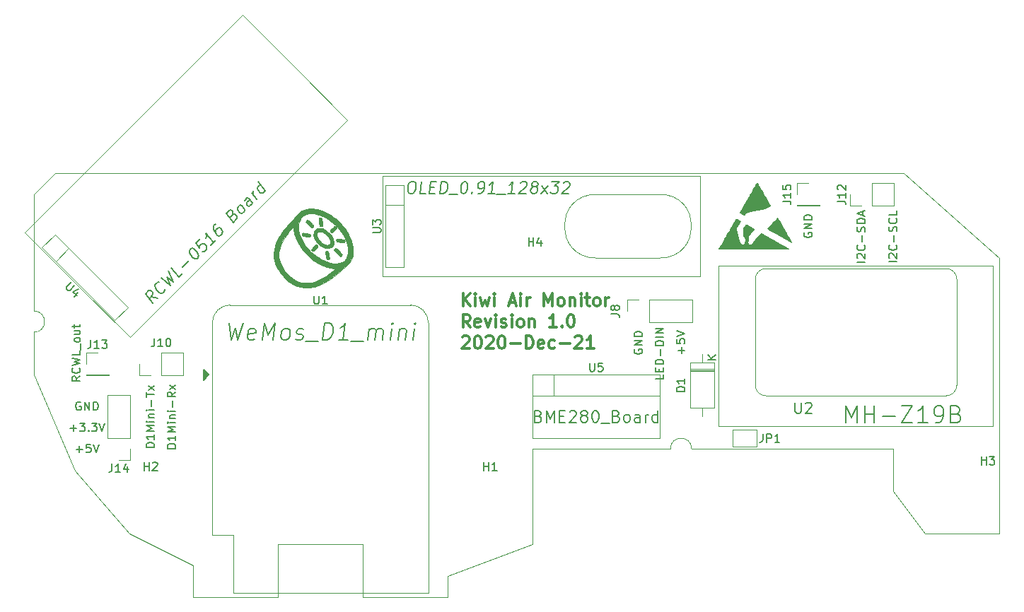
<source format=gbr>
%TF.GenerationSoftware,KiCad,Pcbnew,(5.1.8)-1*%
%TF.CreationDate,2020-12-23T12:42:43+01:00*%
%TF.ProjectId,Kiwi_EasyBoardv1.0,4b697769-5f45-4617-9379-426f61726476,rev?*%
%TF.SameCoordinates,Original*%
%TF.FileFunction,Legend,Top*%
%TF.FilePolarity,Positive*%
%FSLAX46Y46*%
G04 Gerber Fmt 4.6, Leading zero omitted, Abs format (unit mm)*
G04 Created by KiCad (PCBNEW (5.1.8)-1) date 2020-12-23 12:42:43*
%MOMM*%
%LPD*%
G01*
G04 APERTURE LIST*
%ADD10C,0.120000*%
%TA.AperFunction,Profile*%
%ADD11C,0.050000*%
%TD*%
%ADD12C,0.150000*%
%ADD13C,0.300000*%
%ADD14C,0.010000*%
G04 APERTURE END LIST*
D10*
X135890000Y-110490000D02*
X151130000Y-110490000D01*
X138430000Y-110490000D02*
X135890000Y-110490000D01*
X138430000Y-107950000D02*
X138430000Y-110490000D01*
X135890000Y-107950000D02*
X138430000Y-107950000D01*
X135890000Y-115570000D02*
X135890000Y-107950000D01*
X151130000Y-115570000D02*
X135890000Y-115570000D01*
X151130000Y-107950000D02*
X151130000Y-115570000D01*
X135890000Y-107950000D02*
X151130000Y-107950000D01*
X158200000Y-114100000D02*
X158600000Y-114100000D01*
X158200000Y-94900000D02*
X158200000Y-114100000D01*
X191000000Y-94900000D02*
X158200000Y-94900000D01*
X191000000Y-114100000D02*
X191000000Y-94900000D01*
X158600000Y-114100000D02*
X191000000Y-114100000D01*
D11*
X76200000Y-86360000D02*
X76200000Y-100330000D01*
X180340000Y-83820000D02*
X78740000Y-83820000D01*
X76200000Y-86360000D02*
X78740000Y-83820000D01*
X154940000Y-116840000D02*
X179070000Y-116840000D01*
X144780000Y-116840000D02*
X152400000Y-116840000D01*
X152400000Y-116840000D02*
G75*
G02*
X154940000Y-116840000I1270000J0D01*
G01*
X76200000Y-102870000D02*
X76200000Y-107950000D01*
X76200000Y-100330000D02*
G75*
G02*
X76200000Y-102870000I0J-1270000D01*
G01*
D12*
X151582380Y-107933809D02*
X151582380Y-108410000D01*
X150582380Y-108410000D01*
X151058571Y-107600476D02*
X151058571Y-107267142D01*
X151582380Y-107124285D02*
X151582380Y-107600476D01*
X150582380Y-107600476D01*
X150582380Y-107124285D01*
X151582380Y-106695714D02*
X150582380Y-106695714D01*
X150582380Y-106457619D01*
X150630000Y-106314761D01*
X150725238Y-106219523D01*
X150820476Y-106171904D01*
X151010952Y-106124285D01*
X151153809Y-106124285D01*
X151344285Y-106171904D01*
X151439523Y-106219523D01*
X151534761Y-106314761D01*
X151582380Y-106457619D01*
X151582380Y-106695714D01*
X151201428Y-105695714D02*
X151201428Y-104933809D01*
X151582380Y-104457619D02*
X150582380Y-104457619D01*
X150582380Y-104219523D01*
X150630000Y-104076666D01*
X150725238Y-103981428D01*
X150820476Y-103933809D01*
X151010952Y-103886190D01*
X151153809Y-103886190D01*
X151344285Y-103933809D01*
X151439523Y-103981428D01*
X151534761Y-104076666D01*
X151582380Y-104219523D01*
X151582380Y-104457619D01*
X151582380Y-103457619D02*
X150582380Y-103457619D01*
X151582380Y-102981428D02*
X150582380Y-102981428D01*
X151582380Y-102410000D01*
X150582380Y-102410000D01*
X153741428Y-105425714D02*
X153741428Y-104663809D01*
X154122380Y-105044761D02*
X153360476Y-105044761D01*
X153122380Y-103711428D02*
X153122380Y-104187619D01*
X153598571Y-104235238D01*
X153550952Y-104187619D01*
X153503333Y-104092380D01*
X153503333Y-103854285D01*
X153550952Y-103759047D01*
X153598571Y-103711428D01*
X153693809Y-103663809D01*
X153931904Y-103663809D01*
X154027142Y-103711428D01*
X154074761Y-103759047D01*
X154122380Y-103854285D01*
X154122380Y-104092380D01*
X154074761Y-104187619D01*
X154027142Y-104235238D01*
X153122380Y-103378095D02*
X154122380Y-103044761D01*
X153122380Y-102711428D01*
X148090000Y-104901904D02*
X148042380Y-104997142D01*
X148042380Y-105140000D01*
X148090000Y-105282857D01*
X148185238Y-105378095D01*
X148280476Y-105425714D01*
X148470952Y-105473333D01*
X148613809Y-105473333D01*
X148804285Y-105425714D01*
X148899523Y-105378095D01*
X148994761Y-105282857D01*
X149042380Y-105140000D01*
X149042380Y-105044761D01*
X148994761Y-104901904D01*
X148947142Y-104854285D01*
X148613809Y-104854285D01*
X148613809Y-105044761D01*
X149042380Y-104425714D02*
X148042380Y-104425714D01*
X149042380Y-103854285D01*
X148042380Y-103854285D01*
X149042380Y-103378095D02*
X148042380Y-103378095D01*
X148042380Y-103140000D01*
X148090000Y-102997142D01*
X148185238Y-102901904D01*
X148280476Y-102854285D01*
X148470952Y-102806666D01*
X148613809Y-102806666D01*
X148804285Y-102854285D01*
X148899523Y-102901904D01*
X148994761Y-102997142D01*
X149042380Y-103140000D01*
X149042380Y-103378095D01*
D11*
X105410000Y-128270000D02*
X115570000Y-128270000D01*
X81079773Y-119452036D02*
X87630000Y-127000000D01*
X81079773Y-119452036D02*
X76200000Y-107950000D01*
X182880000Y-127000000D02*
X191770000Y-127000000D01*
X135890000Y-116840000D02*
X144780000Y-116840000D01*
X125730000Y-132080000D02*
X135890000Y-128270000D01*
X135890000Y-116840000D02*
X135890000Y-128270000D01*
X95250000Y-130810000D02*
X87630000Y-127000000D01*
X185420000Y-95250000D02*
X163830000Y-95250000D01*
X186690000Y-109220000D02*
X186690000Y-96520000D01*
X163830000Y-110490000D02*
X185420000Y-110490000D01*
X162560000Y-96520000D02*
X162560000Y-109220000D01*
X186690000Y-109220000D02*
G75*
G02*
X185420000Y-110490000I-1270000J0D01*
G01*
X163830000Y-110490000D02*
G75*
G02*
X162560000Y-109220000I0J1270000D01*
G01*
X162560000Y-96520000D02*
G75*
G02*
X163830000Y-95250000I1270000J0D01*
G01*
X185420000Y-95250000D02*
G75*
G02*
X186690000Y-96520000I0J-1270000D01*
G01*
X179070000Y-116840000D02*
X179070000Y-118110000D01*
X191770000Y-93980000D02*
X180340000Y-83820000D01*
X191770000Y-127000000D02*
X191770000Y-93980000D01*
X179070000Y-121920000D02*
X182880000Y-127000000D01*
X179070000Y-118110000D02*
X179070000Y-121920000D01*
X115570000Y-128270000D02*
X115570000Y-134620000D01*
X125730000Y-134620000D02*
X125730000Y-132080000D01*
X95250000Y-134620000D02*
X95250000Y-130810000D01*
X115570000Y-134620000D02*
X125730000Y-134620000D01*
X105410000Y-134620000D02*
X95250000Y-134620000D01*
X105410000Y-128270000D02*
X105410000Y-134620000D01*
X143510000Y-93980000D02*
X151130000Y-93980000D01*
X143510000Y-86360000D02*
X151130000Y-86360000D01*
X143510000Y-93980000D02*
G75*
G02*
X143510000Y-86360000I0J3810000D01*
G01*
X151130000Y-86360000D02*
G75*
G02*
X151130000Y-93980000I0J-3810000D01*
G01*
D13*
X127552142Y-99728571D02*
X127552142Y-98228571D01*
X128409285Y-99728571D02*
X127766428Y-98871428D01*
X128409285Y-98228571D02*
X127552142Y-99085714D01*
X129052142Y-99728571D02*
X129052142Y-98728571D01*
X129052142Y-98228571D02*
X128980714Y-98300000D01*
X129052142Y-98371428D01*
X129123571Y-98300000D01*
X129052142Y-98228571D01*
X129052142Y-98371428D01*
X129623571Y-98728571D02*
X129909285Y-99728571D01*
X130195000Y-99014285D01*
X130480714Y-99728571D01*
X130766428Y-98728571D01*
X131337857Y-99728571D02*
X131337857Y-98728571D01*
X131337857Y-98228571D02*
X131266428Y-98300000D01*
X131337857Y-98371428D01*
X131409285Y-98300000D01*
X131337857Y-98228571D01*
X131337857Y-98371428D01*
X133123571Y-99300000D02*
X133837857Y-99300000D01*
X132980714Y-99728571D02*
X133480714Y-98228571D01*
X133980714Y-99728571D01*
X134480714Y-99728571D02*
X134480714Y-98728571D01*
X134480714Y-98228571D02*
X134409285Y-98300000D01*
X134480714Y-98371428D01*
X134552142Y-98300000D01*
X134480714Y-98228571D01*
X134480714Y-98371428D01*
X135195000Y-99728571D02*
X135195000Y-98728571D01*
X135195000Y-99014285D02*
X135266428Y-98871428D01*
X135337857Y-98800000D01*
X135480714Y-98728571D01*
X135623571Y-98728571D01*
X137266428Y-99728571D02*
X137266428Y-98228571D01*
X137766428Y-99300000D01*
X138266428Y-98228571D01*
X138266428Y-99728571D01*
X139195000Y-99728571D02*
X139052142Y-99657142D01*
X138980714Y-99585714D01*
X138909285Y-99442857D01*
X138909285Y-99014285D01*
X138980714Y-98871428D01*
X139052142Y-98800000D01*
X139195000Y-98728571D01*
X139409285Y-98728571D01*
X139552142Y-98800000D01*
X139623571Y-98871428D01*
X139695000Y-99014285D01*
X139695000Y-99442857D01*
X139623571Y-99585714D01*
X139552142Y-99657142D01*
X139409285Y-99728571D01*
X139195000Y-99728571D01*
X140337857Y-98728571D02*
X140337857Y-99728571D01*
X140337857Y-98871428D02*
X140409285Y-98800000D01*
X140552142Y-98728571D01*
X140766428Y-98728571D01*
X140909285Y-98800000D01*
X140980714Y-98942857D01*
X140980714Y-99728571D01*
X141695000Y-99728571D02*
X141695000Y-98728571D01*
X141695000Y-98228571D02*
X141623571Y-98300000D01*
X141695000Y-98371428D01*
X141766428Y-98300000D01*
X141695000Y-98228571D01*
X141695000Y-98371428D01*
X142195000Y-98728571D02*
X142766428Y-98728571D01*
X142409285Y-98228571D02*
X142409285Y-99514285D01*
X142480714Y-99657142D01*
X142623571Y-99728571D01*
X142766428Y-99728571D01*
X143480714Y-99728571D02*
X143337857Y-99657142D01*
X143266428Y-99585714D01*
X143195000Y-99442857D01*
X143195000Y-99014285D01*
X143266428Y-98871428D01*
X143337857Y-98800000D01*
X143480714Y-98728571D01*
X143695000Y-98728571D01*
X143837857Y-98800000D01*
X143909285Y-98871428D01*
X143980714Y-99014285D01*
X143980714Y-99442857D01*
X143909285Y-99585714D01*
X143837857Y-99657142D01*
X143695000Y-99728571D01*
X143480714Y-99728571D01*
X144623571Y-99728571D02*
X144623571Y-98728571D01*
X144623571Y-99014285D02*
X144695000Y-98871428D01*
X144766428Y-98800000D01*
X144909285Y-98728571D01*
X145052142Y-98728571D01*
X128409285Y-102278571D02*
X127909285Y-101564285D01*
X127552142Y-102278571D02*
X127552142Y-100778571D01*
X128123571Y-100778571D01*
X128266428Y-100850000D01*
X128337857Y-100921428D01*
X128409285Y-101064285D01*
X128409285Y-101278571D01*
X128337857Y-101421428D01*
X128266428Y-101492857D01*
X128123571Y-101564285D01*
X127552142Y-101564285D01*
X129623571Y-102207142D02*
X129480714Y-102278571D01*
X129195000Y-102278571D01*
X129052142Y-102207142D01*
X128980714Y-102064285D01*
X128980714Y-101492857D01*
X129052142Y-101350000D01*
X129195000Y-101278571D01*
X129480714Y-101278571D01*
X129623571Y-101350000D01*
X129695000Y-101492857D01*
X129695000Y-101635714D01*
X128980714Y-101778571D01*
X130195000Y-101278571D02*
X130552142Y-102278571D01*
X130909285Y-101278571D01*
X131480714Y-102278571D02*
X131480714Y-101278571D01*
X131480714Y-100778571D02*
X131409285Y-100850000D01*
X131480714Y-100921428D01*
X131552142Y-100850000D01*
X131480714Y-100778571D01*
X131480714Y-100921428D01*
X132123571Y-102207142D02*
X132266428Y-102278571D01*
X132552142Y-102278571D01*
X132695000Y-102207142D01*
X132766428Y-102064285D01*
X132766428Y-101992857D01*
X132695000Y-101850000D01*
X132552142Y-101778571D01*
X132337857Y-101778571D01*
X132195000Y-101707142D01*
X132123571Y-101564285D01*
X132123571Y-101492857D01*
X132195000Y-101350000D01*
X132337857Y-101278571D01*
X132552142Y-101278571D01*
X132695000Y-101350000D01*
X133409285Y-102278571D02*
X133409285Y-101278571D01*
X133409285Y-100778571D02*
X133337857Y-100850000D01*
X133409285Y-100921428D01*
X133480714Y-100850000D01*
X133409285Y-100778571D01*
X133409285Y-100921428D01*
X134337857Y-102278571D02*
X134195000Y-102207142D01*
X134123571Y-102135714D01*
X134052142Y-101992857D01*
X134052142Y-101564285D01*
X134123571Y-101421428D01*
X134195000Y-101350000D01*
X134337857Y-101278571D01*
X134552142Y-101278571D01*
X134695000Y-101350000D01*
X134766428Y-101421428D01*
X134837857Y-101564285D01*
X134837857Y-101992857D01*
X134766428Y-102135714D01*
X134695000Y-102207142D01*
X134552142Y-102278571D01*
X134337857Y-102278571D01*
X135480714Y-101278571D02*
X135480714Y-102278571D01*
X135480714Y-101421428D02*
X135552142Y-101350000D01*
X135695000Y-101278571D01*
X135909285Y-101278571D01*
X136052142Y-101350000D01*
X136123571Y-101492857D01*
X136123571Y-102278571D01*
X138766428Y-102278571D02*
X137909285Y-102278571D01*
X138337857Y-102278571D02*
X138337857Y-100778571D01*
X138195000Y-100992857D01*
X138052142Y-101135714D01*
X137909285Y-101207142D01*
X139409285Y-102135714D02*
X139480714Y-102207142D01*
X139409285Y-102278571D01*
X139337857Y-102207142D01*
X139409285Y-102135714D01*
X139409285Y-102278571D01*
X140409285Y-100778571D02*
X140552142Y-100778571D01*
X140695000Y-100850000D01*
X140766428Y-100921428D01*
X140837857Y-101064285D01*
X140909285Y-101350000D01*
X140909285Y-101707142D01*
X140837857Y-101992857D01*
X140766428Y-102135714D01*
X140695000Y-102207142D01*
X140552142Y-102278571D01*
X140409285Y-102278571D01*
X140266428Y-102207142D01*
X140195000Y-102135714D01*
X140123571Y-101992857D01*
X140052142Y-101707142D01*
X140052142Y-101350000D01*
X140123571Y-101064285D01*
X140195000Y-100921428D01*
X140266428Y-100850000D01*
X140409285Y-100778571D01*
X127480714Y-103471428D02*
X127552142Y-103400000D01*
X127695000Y-103328571D01*
X128052142Y-103328571D01*
X128195000Y-103400000D01*
X128266428Y-103471428D01*
X128337857Y-103614285D01*
X128337857Y-103757142D01*
X128266428Y-103971428D01*
X127409285Y-104828571D01*
X128337857Y-104828571D01*
X129266428Y-103328571D02*
X129409285Y-103328571D01*
X129552142Y-103400000D01*
X129623571Y-103471428D01*
X129695000Y-103614285D01*
X129766428Y-103900000D01*
X129766428Y-104257142D01*
X129695000Y-104542857D01*
X129623571Y-104685714D01*
X129552142Y-104757142D01*
X129409285Y-104828571D01*
X129266428Y-104828571D01*
X129123571Y-104757142D01*
X129052142Y-104685714D01*
X128980714Y-104542857D01*
X128909285Y-104257142D01*
X128909285Y-103900000D01*
X128980714Y-103614285D01*
X129052142Y-103471428D01*
X129123571Y-103400000D01*
X129266428Y-103328571D01*
X130337857Y-103471428D02*
X130409285Y-103400000D01*
X130552142Y-103328571D01*
X130909285Y-103328571D01*
X131052142Y-103400000D01*
X131123571Y-103471428D01*
X131195000Y-103614285D01*
X131195000Y-103757142D01*
X131123571Y-103971428D01*
X130266428Y-104828571D01*
X131195000Y-104828571D01*
X132123571Y-103328571D02*
X132266428Y-103328571D01*
X132409285Y-103400000D01*
X132480714Y-103471428D01*
X132552142Y-103614285D01*
X132623571Y-103900000D01*
X132623571Y-104257142D01*
X132552142Y-104542857D01*
X132480714Y-104685714D01*
X132409285Y-104757142D01*
X132266428Y-104828571D01*
X132123571Y-104828571D01*
X131980714Y-104757142D01*
X131909285Y-104685714D01*
X131837857Y-104542857D01*
X131766428Y-104257142D01*
X131766428Y-103900000D01*
X131837857Y-103614285D01*
X131909285Y-103471428D01*
X131980714Y-103400000D01*
X132123571Y-103328571D01*
X133266428Y-104257142D02*
X134409285Y-104257142D01*
X135123571Y-104828571D02*
X135123571Y-103328571D01*
X135480714Y-103328571D01*
X135695000Y-103400000D01*
X135837857Y-103542857D01*
X135909285Y-103685714D01*
X135980714Y-103971428D01*
X135980714Y-104185714D01*
X135909285Y-104471428D01*
X135837857Y-104614285D01*
X135695000Y-104757142D01*
X135480714Y-104828571D01*
X135123571Y-104828571D01*
X137195000Y-104757142D02*
X137052142Y-104828571D01*
X136766428Y-104828571D01*
X136623571Y-104757142D01*
X136552142Y-104614285D01*
X136552142Y-104042857D01*
X136623571Y-103900000D01*
X136766428Y-103828571D01*
X137052142Y-103828571D01*
X137195000Y-103900000D01*
X137266428Y-104042857D01*
X137266428Y-104185714D01*
X136552142Y-104328571D01*
X138552142Y-104757142D02*
X138409285Y-104828571D01*
X138123571Y-104828571D01*
X137980714Y-104757142D01*
X137909285Y-104685714D01*
X137837857Y-104542857D01*
X137837857Y-104114285D01*
X137909285Y-103971428D01*
X137980714Y-103900000D01*
X138123571Y-103828571D01*
X138409285Y-103828571D01*
X138552142Y-103900000D01*
X139195000Y-104257142D02*
X140337857Y-104257142D01*
X140980714Y-103471428D02*
X141052142Y-103400000D01*
X141195000Y-103328571D01*
X141552142Y-103328571D01*
X141695000Y-103400000D01*
X141766428Y-103471428D01*
X141837857Y-103614285D01*
X141837857Y-103757142D01*
X141766428Y-103971428D01*
X140909285Y-104828571D01*
X141837857Y-104828571D01*
X143266428Y-104828571D02*
X142409285Y-104828571D01*
X142837857Y-104828571D02*
X142837857Y-103328571D01*
X142695000Y-103542857D01*
X142552142Y-103685714D01*
X142409285Y-103757142D01*
D10*
%TO.C,JP1*%
X159890000Y-116570000D02*
X159890000Y-114570000D01*
X162690000Y-116570000D02*
X159890000Y-116570000D01*
X162690000Y-114570000D02*
X162690000Y-116570000D01*
X159890000Y-114570000D02*
X162690000Y-114570000D01*
%TO.C,D1*%
X157680000Y-106500000D02*
X154740000Y-106500000D01*
X154740000Y-106500000D02*
X154740000Y-111940000D01*
X154740000Y-111940000D02*
X157680000Y-111940000D01*
X157680000Y-111940000D02*
X157680000Y-106500000D01*
X156210000Y-105480000D02*
X156210000Y-106500000D01*
X156210000Y-112960000D02*
X156210000Y-111940000D01*
X157680000Y-107400000D02*
X154740000Y-107400000D01*
X157680000Y-107520000D02*
X154740000Y-107520000D01*
X157680000Y-107280000D02*
X154740000Y-107280000D01*
%TO.C,U4*%
X75115795Y-90911846D02*
X81401974Y-97198026D01*
X101158538Y-64869104D02*
X75115795Y-90911846D01*
X107444717Y-71155283D02*
X101158538Y-64869104D01*
X113730896Y-77441462D02*
X107444717Y-71155283D01*
X87688154Y-103484205D02*
X113730896Y-77441462D01*
X81401974Y-97198026D02*
X87688154Y-103484205D01*
X80383741Y-92828106D02*
X78828106Y-94383741D01*
X77152263Y-92707898D02*
X78707898Y-91152263D01*
X85892102Y-101447737D02*
X77152263Y-92707898D01*
X87447737Y-99892102D02*
X85892102Y-101447737D01*
X78707898Y-91152263D02*
X87447737Y-99892102D01*
D14*
%TO.C,REF\u002A\u002A*%
G36*
X160300749Y-89292036D02*
G01*
X160344544Y-89308972D01*
X160411293Y-89342601D01*
X160507137Y-89395334D01*
X160514599Y-89399525D01*
X160602871Y-89450001D01*
X160677363Y-89494223D01*
X160730760Y-89527731D01*
X160755746Y-89546064D01*
X160756445Y-89546962D01*
X160750409Y-89572414D01*
X160722723Y-89629255D01*
X160675188Y-89714389D01*
X160609611Y-89824717D01*
X160527797Y-89957144D01*
X160431548Y-90108571D01*
X160407594Y-90145707D01*
X160345183Y-90248757D01*
X160299737Y-90337432D01*
X160275246Y-90403714D01*
X160272733Y-90416807D01*
X160273848Y-90474443D01*
X160286343Y-90565865D01*
X160308660Y-90685208D01*
X160339240Y-90826609D01*
X160376528Y-90984203D01*
X160418965Y-91152126D01*
X160464994Y-91324514D01*
X160513057Y-91495501D01*
X160561597Y-91659224D01*
X160609057Y-91809818D01*
X160653878Y-91941420D01*
X160694503Y-92048163D01*
X160722823Y-92111494D01*
X160756183Y-92178957D01*
X160787682Y-92243511D01*
X160789387Y-92247045D01*
X160841498Y-92312250D01*
X160917554Y-92356156D01*
X161006092Y-92377197D01*
X161095648Y-92373807D01*
X161174758Y-92344423D01*
X161219264Y-92305736D01*
X161283356Y-92199636D01*
X161330322Y-92067405D01*
X161356090Y-91922527D01*
X161359741Y-91840394D01*
X161345039Y-91687105D01*
X161301890Y-91560166D01*
X161227972Y-91453418D01*
X161204921Y-91429657D01*
X161136325Y-91363009D01*
X161131614Y-90891916D01*
X161126903Y-90420822D01*
X161246946Y-90239106D01*
X161303277Y-90156856D01*
X161357528Y-90082865D01*
X161401959Y-90027448D01*
X161421056Y-90007056D01*
X161475124Y-89956723D01*
X161548350Y-89996158D01*
X161594633Y-90024415D01*
X161619957Y-90046354D01*
X161621576Y-90050299D01*
X161638884Y-90067023D01*
X161668497Y-90079476D01*
X161697114Y-90090700D01*
X161740934Y-90112024D01*
X161803718Y-90145529D01*
X161889228Y-90193296D01*
X162001226Y-90257407D01*
X162143473Y-90339944D01*
X162220773Y-90385065D01*
X162311702Y-90439111D01*
X162371339Y-90477604D01*
X162404961Y-90505044D01*
X162417844Y-90525934D01*
X162415265Y-90544775D01*
X162413115Y-90549152D01*
X162392197Y-90576714D01*
X162347440Y-90628416D01*
X162284057Y-90698475D01*
X162207262Y-90781107D01*
X162140844Y-90851156D01*
X161987790Y-91017414D01*
X161868056Y-91161519D01*
X161780573Y-91284921D01*
X161724274Y-91389068D01*
X161705284Y-91441954D01*
X161697440Y-91488250D01*
X161689338Y-91567221D01*
X161681691Y-91669846D01*
X161675212Y-91787103D01*
X161672163Y-91861248D01*
X161667908Y-91989427D01*
X161666036Y-92083138D01*
X161667099Y-92149583D01*
X161671646Y-92195961D01*
X161680227Y-92229474D01*
X161693394Y-92257321D01*
X161703735Y-92274324D01*
X161763456Y-92339862D01*
X161840411Y-92385532D01*
X161921380Y-92405450D01*
X161982058Y-92398244D01*
X162036999Y-92367066D01*
X162105867Y-92311230D01*
X162179005Y-92240474D01*
X162246752Y-92164537D01*
X162299450Y-92093159D01*
X162318853Y-92058668D01*
X162347919Y-92011441D01*
X162400783Y-91939506D01*
X162472616Y-91848485D01*
X162558588Y-91744000D01*
X162653868Y-91631675D01*
X162753627Y-91517130D01*
X162853034Y-91405990D01*
X162947259Y-91303875D01*
X163031473Y-91216408D01*
X163097591Y-91152198D01*
X163170999Y-91088057D01*
X163232753Y-91040763D01*
X163276066Y-91015235D01*
X163290445Y-91012429D01*
X163312479Y-91023752D01*
X163367438Y-91054144D01*
X163452152Y-91101780D01*
X163563448Y-91164835D01*
X163698156Y-91241485D01*
X163853103Y-91329905D01*
X164025119Y-91428270D01*
X164211032Y-91534756D01*
X164407670Y-91647537D01*
X164611863Y-91764789D01*
X164820439Y-91884687D01*
X165030225Y-92005407D01*
X165238052Y-92125123D01*
X165440747Y-92242011D01*
X165635140Y-92354246D01*
X165818058Y-92460004D01*
X165986330Y-92557460D01*
X166136785Y-92644788D01*
X166266251Y-92720165D01*
X166371557Y-92781765D01*
X166449532Y-92827764D01*
X166497004Y-92856337D01*
X166510763Y-92865304D01*
X166492231Y-92867076D01*
X166433933Y-92868799D01*
X166337809Y-92870464D01*
X166205799Y-92872063D01*
X166039846Y-92873587D01*
X165841889Y-92875029D01*
X165613870Y-92876380D01*
X165357729Y-92877632D01*
X165075408Y-92878776D01*
X164768847Y-92879804D01*
X164439987Y-92880708D01*
X164090769Y-92881479D01*
X163723135Y-92882109D01*
X163339024Y-92882590D01*
X162940377Y-92882914D01*
X162529137Y-92883072D01*
X162356580Y-92883087D01*
X158182586Y-92883087D01*
X158480268Y-92366954D01*
X158543286Y-92257665D01*
X158624406Y-92116940D01*
X158720916Y-91949486D01*
X158830103Y-91760012D01*
X158949255Y-91553223D01*
X159075660Y-91333828D01*
X159206605Y-91106533D01*
X159339379Y-90876046D01*
X159471269Y-90647073D01*
X159504624Y-90589163D01*
X159626247Y-90378232D01*
X159742228Y-90177535D01*
X159850825Y-89990059D01*
X159950294Y-89818792D01*
X160038892Y-89666723D01*
X160114878Y-89536838D01*
X160176507Y-89432125D01*
X160222037Y-89355573D01*
X160249725Y-89310169D01*
X160257472Y-89298609D01*
X160273772Y-89289385D01*
X160300749Y-89292036D01*
G37*
X160300749Y-89292036D02*
X160344544Y-89308972D01*
X160411293Y-89342601D01*
X160507137Y-89395334D01*
X160514599Y-89399525D01*
X160602871Y-89450001D01*
X160677363Y-89494223D01*
X160730760Y-89527731D01*
X160755746Y-89546064D01*
X160756445Y-89546962D01*
X160750409Y-89572414D01*
X160722723Y-89629255D01*
X160675188Y-89714389D01*
X160609611Y-89824717D01*
X160527797Y-89957144D01*
X160431548Y-90108571D01*
X160407594Y-90145707D01*
X160345183Y-90248757D01*
X160299737Y-90337432D01*
X160275246Y-90403714D01*
X160272733Y-90416807D01*
X160273848Y-90474443D01*
X160286343Y-90565865D01*
X160308660Y-90685208D01*
X160339240Y-90826609D01*
X160376528Y-90984203D01*
X160418965Y-91152126D01*
X160464994Y-91324514D01*
X160513057Y-91495501D01*
X160561597Y-91659224D01*
X160609057Y-91809818D01*
X160653878Y-91941420D01*
X160694503Y-92048163D01*
X160722823Y-92111494D01*
X160756183Y-92178957D01*
X160787682Y-92243511D01*
X160789387Y-92247045D01*
X160841498Y-92312250D01*
X160917554Y-92356156D01*
X161006092Y-92377197D01*
X161095648Y-92373807D01*
X161174758Y-92344423D01*
X161219264Y-92305736D01*
X161283356Y-92199636D01*
X161330322Y-92067405D01*
X161356090Y-91922527D01*
X161359741Y-91840394D01*
X161345039Y-91687105D01*
X161301890Y-91560166D01*
X161227972Y-91453418D01*
X161204921Y-91429657D01*
X161136325Y-91363009D01*
X161131614Y-90891916D01*
X161126903Y-90420822D01*
X161246946Y-90239106D01*
X161303277Y-90156856D01*
X161357528Y-90082865D01*
X161401959Y-90027448D01*
X161421056Y-90007056D01*
X161475124Y-89956723D01*
X161548350Y-89996158D01*
X161594633Y-90024415D01*
X161619957Y-90046354D01*
X161621576Y-90050299D01*
X161638884Y-90067023D01*
X161668497Y-90079476D01*
X161697114Y-90090700D01*
X161740934Y-90112024D01*
X161803718Y-90145529D01*
X161889228Y-90193296D01*
X162001226Y-90257407D01*
X162143473Y-90339944D01*
X162220773Y-90385065D01*
X162311702Y-90439111D01*
X162371339Y-90477604D01*
X162404961Y-90505044D01*
X162417844Y-90525934D01*
X162415265Y-90544775D01*
X162413115Y-90549152D01*
X162392197Y-90576714D01*
X162347440Y-90628416D01*
X162284057Y-90698475D01*
X162207262Y-90781107D01*
X162140844Y-90851156D01*
X161987790Y-91017414D01*
X161868056Y-91161519D01*
X161780573Y-91284921D01*
X161724274Y-91389068D01*
X161705284Y-91441954D01*
X161697440Y-91488250D01*
X161689338Y-91567221D01*
X161681691Y-91669846D01*
X161675212Y-91787103D01*
X161672163Y-91861248D01*
X161667908Y-91989427D01*
X161666036Y-92083138D01*
X161667099Y-92149583D01*
X161671646Y-92195961D01*
X161680227Y-92229474D01*
X161693394Y-92257321D01*
X161703735Y-92274324D01*
X161763456Y-92339862D01*
X161840411Y-92385532D01*
X161921380Y-92405450D01*
X161982058Y-92398244D01*
X162036999Y-92367066D01*
X162105867Y-92311230D01*
X162179005Y-92240474D01*
X162246752Y-92164537D01*
X162299450Y-92093159D01*
X162318853Y-92058668D01*
X162347919Y-92011441D01*
X162400783Y-91939506D01*
X162472616Y-91848485D01*
X162558588Y-91744000D01*
X162653868Y-91631675D01*
X162753627Y-91517130D01*
X162853034Y-91405990D01*
X162947259Y-91303875D01*
X163031473Y-91216408D01*
X163097591Y-91152198D01*
X163170999Y-91088057D01*
X163232753Y-91040763D01*
X163276066Y-91015235D01*
X163290445Y-91012429D01*
X163312479Y-91023752D01*
X163367438Y-91054144D01*
X163452152Y-91101780D01*
X163563448Y-91164835D01*
X163698156Y-91241485D01*
X163853103Y-91329905D01*
X164025119Y-91428270D01*
X164211032Y-91534756D01*
X164407670Y-91647537D01*
X164611863Y-91764789D01*
X164820439Y-91884687D01*
X165030225Y-92005407D01*
X165238052Y-92125123D01*
X165440747Y-92242011D01*
X165635140Y-92354246D01*
X165818058Y-92460004D01*
X165986330Y-92557460D01*
X166136785Y-92644788D01*
X166266251Y-92720165D01*
X166371557Y-92781765D01*
X166449532Y-92827764D01*
X166497004Y-92856337D01*
X166510763Y-92865304D01*
X166492231Y-92867076D01*
X166433933Y-92868799D01*
X166337809Y-92870464D01*
X166205799Y-92872063D01*
X166039846Y-92873587D01*
X165841889Y-92875029D01*
X165613870Y-92876380D01*
X165357729Y-92877632D01*
X165075408Y-92878776D01*
X164768847Y-92879804D01*
X164439987Y-92880708D01*
X164090769Y-92881479D01*
X163723135Y-92882109D01*
X163339024Y-92882590D01*
X162940377Y-92882914D01*
X162529137Y-92883072D01*
X162356580Y-92883087D01*
X158182586Y-92883087D01*
X158480268Y-92366954D01*
X158543286Y-92257665D01*
X158624406Y-92116940D01*
X158720916Y-91949486D01*
X158830103Y-91760012D01*
X158949255Y-91553223D01*
X159075660Y-91333828D01*
X159206605Y-91106533D01*
X159339379Y-90876046D01*
X159471269Y-90647073D01*
X159504624Y-90589163D01*
X159626247Y-90378232D01*
X159742228Y-90177535D01*
X159850825Y-89990059D01*
X159950294Y-89818792D01*
X160038892Y-89666723D01*
X160114878Y-89536838D01*
X160176507Y-89432125D01*
X160222037Y-89355573D01*
X160249725Y-89310169D01*
X160257472Y-89298609D01*
X160273772Y-89289385D01*
X160300749Y-89292036D01*
G36*
X165236146Y-89215908D02*
G01*
X165251469Y-89241590D01*
X165285911Y-89300469D01*
X165337769Y-89389602D01*
X165405340Y-89506049D01*
X165486921Y-89646867D01*
X165580809Y-89809114D01*
X165685299Y-89989849D01*
X165798690Y-90186130D01*
X165919278Y-90395016D01*
X166043313Y-90610017D01*
X166169987Y-90829649D01*
X166291608Y-91040495D01*
X166406412Y-91239499D01*
X166512638Y-91423607D01*
X166608523Y-91589765D01*
X166692302Y-91734917D01*
X166762214Y-91856009D01*
X166816496Y-91949988D01*
X166853385Y-92013797D01*
X166870731Y-92043719D01*
X166899007Y-92094271D01*
X166914382Y-92125914D01*
X166915224Y-92131420D01*
X166896488Y-92121082D01*
X166844386Y-92091407D01*
X166761640Y-92043968D01*
X166650975Y-91980333D01*
X166515114Y-91902074D01*
X166356781Y-91810759D01*
X166178698Y-91707960D01*
X165983590Y-91595247D01*
X165774180Y-91474189D01*
X165553191Y-91346357D01*
X165469113Y-91297702D01*
X165244170Y-91167567D01*
X165029524Y-91043497D01*
X164827932Y-90927077D01*
X164642148Y-90819893D01*
X164474928Y-90723531D01*
X164329027Y-90639578D01*
X164207201Y-90569620D01*
X164112204Y-90515243D01*
X164046792Y-90478034D01*
X164013720Y-90459578D01*
X164010262Y-90457830D01*
X164020339Y-90442005D01*
X164055407Y-90399692D01*
X164111885Y-90334790D01*
X164186193Y-90251196D01*
X164274752Y-90152809D01*
X164373980Y-90043525D01*
X164480298Y-89927244D01*
X164590125Y-89807862D01*
X164699882Y-89689277D01*
X164805988Y-89575388D01*
X164904862Y-89470092D01*
X164992926Y-89377287D01*
X165066599Y-89300870D01*
X165122300Y-89244740D01*
X165141403Y-89226335D01*
X165204708Y-89166872D01*
X165236146Y-89215908D01*
G37*
X165236146Y-89215908D02*
X165251469Y-89241590D01*
X165285911Y-89300469D01*
X165337769Y-89389602D01*
X165405340Y-89506049D01*
X165486921Y-89646867D01*
X165580809Y-89809114D01*
X165685299Y-89989849D01*
X165798690Y-90186130D01*
X165919278Y-90395016D01*
X166043313Y-90610017D01*
X166169987Y-90829649D01*
X166291608Y-91040495D01*
X166406412Y-91239499D01*
X166512638Y-91423607D01*
X166608523Y-91589765D01*
X166692302Y-91734917D01*
X166762214Y-91856009D01*
X166816496Y-91949988D01*
X166853385Y-92013797D01*
X166870731Y-92043719D01*
X166899007Y-92094271D01*
X166914382Y-92125914D01*
X166915224Y-92131420D01*
X166896488Y-92121082D01*
X166844386Y-92091407D01*
X166761640Y-92043968D01*
X166650975Y-91980333D01*
X166515114Y-91902074D01*
X166356781Y-91810759D01*
X166178698Y-91707960D01*
X165983590Y-91595247D01*
X165774180Y-91474189D01*
X165553191Y-91346357D01*
X165469113Y-91297702D01*
X165244170Y-91167567D01*
X165029524Y-91043497D01*
X164827932Y-90927077D01*
X164642148Y-90819893D01*
X164474928Y-90723531D01*
X164329027Y-90639578D01*
X164207201Y-90569620D01*
X164112204Y-90515243D01*
X164046792Y-90478034D01*
X164013720Y-90459578D01*
X164010262Y-90457830D01*
X164020339Y-90442005D01*
X164055407Y-90399692D01*
X164111885Y-90334790D01*
X164186193Y-90251196D01*
X164274752Y-90152809D01*
X164373980Y-90043525D01*
X164480298Y-89927244D01*
X164590125Y-89807862D01*
X164699882Y-89689277D01*
X164805988Y-89575388D01*
X164904862Y-89470092D01*
X164992926Y-89377287D01*
X165066599Y-89300870D01*
X165122300Y-89244740D01*
X165141403Y-89226335D01*
X165204708Y-89166872D01*
X165236146Y-89215908D01*
G36*
X162780878Y-84976166D02*
G01*
X162811876Y-85026538D01*
X162859634Y-85106341D01*
X162922194Y-85212180D01*
X162997597Y-85340659D01*
X163083885Y-85488384D01*
X163179101Y-85651958D01*
X163281285Y-85827987D01*
X163388481Y-86013075D01*
X163498729Y-86203827D01*
X163610071Y-86396847D01*
X163720550Y-86588741D01*
X163828207Y-86776111D01*
X163931084Y-86955565D01*
X164027223Y-87123705D01*
X164114665Y-87277137D01*
X164191453Y-87412465D01*
X164255628Y-87526294D01*
X164305233Y-87615229D01*
X164338309Y-87675874D01*
X164352897Y-87704833D01*
X164353431Y-87706644D01*
X164335321Y-87731217D01*
X164284980Y-87768807D01*
X164208395Y-87815722D01*
X164111552Y-87868274D01*
X164010167Y-87918213D01*
X163872215Y-87978769D01*
X163727142Y-88033179D01*
X163569950Y-88082651D01*
X163395643Y-88128395D01*
X163199222Y-88171620D01*
X162975689Y-88213534D01*
X162720048Y-88255347D01*
X162455606Y-88294284D01*
X162225852Y-88328828D01*
X162032917Y-88363026D01*
X161871964Y-88398577D01*
X161738155Y-88437182D01*
X161626650Y-88480539D01*
X161532614Y-88530348D01*
X161451206Y-88588309D01*
X161377590Y-88656120D01*
X161353851Y-88681312D01*
X161302397Y-88739958D01*
X161264334Y-88787815D01*
X161246677Y-88815958D01*
X161246206Y-88818265D01*
X161240028Y-88832416D01*
X161218590Y-88832575D01*
X161177533Y-88816861D01*
X161112501Y-88783391D01*
X161019137Y-88730281D01*
X160954252Y-88692088D01*
X160857501Y-88632385D01*
X160782312Y-88581263D01*
X160733739Y-88542399D01*
X160716835Y-88519472D01*
X160716845Y-88519305D01*
X160727328Y-88497456D01*
X160756931Y-88442739D01*
X160803938Y-88358136D01*
X160866629Y-88246629D01*
X160943286Y-88111201D01*
X161032191Y-87954833D01*
X161131626Y-87780507D01*
X161239872Y-87591206D01*
X161355211Y-87389911D01*
X161475924Y-87179605D01*
X161600294Y-86963271D01*
X161726601Y-86743889D01*
X161853127Y-86524442D01*
X161978155Y-86307912D01*
X162099965Y-86097281D01*
X162216839Y-85895532D01*
X162327060Y-85705647D01*
X162428908Y-85530606D01*
X162520665Y-85373394D01*
X162600613Y-85236991D01*
X162667034Y-85124380D01*
X162718209Y-85038543D01*
X162752420Y-84982462D01*
X162767948Y-84959119D01*
X162768598Y-84958621D01*
X162780878Y-84976166D01*
G37*
X162780878Y-84976166D02*
X162811876Y-85026538D01*
X162859634Y-85106341D01*
X162922194Y-85212180D01*
X162997597Y-85340659D01*
X163083885Y-85488384D01*
X163179101Y-85651958D01*
X163281285Y-85827987D01*
X163388481Y-86013075D01*
X163498729Y-86203827D01*
X163610071Y-86396847D01*
X163720550Y-86588741D01*
X163828207Y-86776111D01*
X163931084Y-86955565D01*
X164027223Y-87123705D01*
X164114665Y-87277137D01*
X164191453Y-87412465D01*
X164255628Y-87526294D01*
X164305233Y-87615229D01*
X164338309Y-87675874D01*
X164352897Y-87704833D01*
X164353431Y-87706644D01*
X164335321Y-87731217D01*
X164284980Y-87768807D01*
X164208395Y-87815722D01*
X164111552Y-87868274D01*
X164010167Y-87918213D01*
X163872215Y-87978769D01*
X163727142Y-88033179D01*
X163569950Y-88082651D01*
X163395643Y-88128395D01*
X163199222Y-88171620D01*
X162975689Y-88213534D01*
X162720048Y-88255347D01*
X162455606Y-88294284D01*
X162225852Y-88328828D01*
X162032917Y-88363026D01*
X161871964Y-88398577D01*
X161738155Y-88437182D01*
X161626650Y-88480539D01*
X161532614Y-88530348D01*
X161451206Y-88588309D01*
X161377590Y-88656120D01*
X161353851Y-88681312D01*
X161302397Y-88739958D01*
X161264334Y-88787815D01*
X161246677Y-88815958D01*
X161246206Y-88818265D01*
X161240028Y-88832416D01*
X161218590Y-88832575D01*
X161177533Y-88816861D01*
X161112501Y-88783391D01*
X161019137Y-88730281D01*
X160954252Y-88692088D01*
X160857501Y-88632385D01*
X160782312Y-88581263D01*
X160733739Y-88542399D01*
X160716835Y-88519472D01*
X160716845Y-88519305D01*
X160727328Y-88497456D01*
X160756931Y-88442739D01*
X160803938Y-88358136D01*
X160866629Y-88246629D01*
X160943286Y-88111201D01*
X161032191Y-87954833D01*
X161131626Y-87780507D01*
X161239872Y-87591206D01*
X161355211Y-87389911D01*
X161475924Y-87179605D01*
X161600294Y-86963271D01*
X161726601Y-86743889D01*
X161853127Y-86524442D01*
X161978155Y-86307912D01*
X162099965Y-86097281D01*
X162216839Y-85895532D01*
X162327060Y-85705647D01*
X162428908Y-85530606D01*
X162520665Y-85373394D01*
X162600613Y-85236991D01*
X162667034Y-85124380D01*
X162718209Y-85038543D01*
X162752420Y-84982462D01*
X162767948Y-84959119D01*
X162768598Y-84958621D01*
X162780878Y-84976166D01*
%TO.C,GKiwi*%
G36*
X109633485Y-88077092D02*
G01*
X109887584Y-88103012D01*
X110130423Y-88143291D01*
X110311406Y-88186450D01*
X110746200Y-88332510D01*
X111176913Y-88524450D01*
X111599084Y-88758546D01*
X112008255Y-89031069D01*
X112399964Y-89338294D01*
X112769752Y-89676494D01*
X113113158Y-90041942D01*
X113425723Y-90430912D01*
X113702986Y-90839677D01*
X113899560Y-91184511D01*
X114086632Y-91579489D01*
X114232940Y-91968762D01*
X114338329Y-92349773D01*
X114402648Y-92719962D01*
X114425744Y-93076772D01*
X114407463Y-93417642D01*
X114347655Y-93740015D01*
X114246165Y-94041333D01*
X114102841Y-94319035D01*
X114087997Y-94342606D01*
X114012698Y-94445269D01*
X113902834Y-94573846D01*
X113763117Y-94723946D01*
X113598257Y-94891177D01*
X113412965Y-95071145D01*
X113211952Y-95259459D01*
X112999928Y-95451726D01*
X112781605Y-95643554D01*
X112561693Y-95830550D01*
X112344903Y-96008322D01*
X112135946Y-96172477D01*
X112079332Y-96215516D01*
X111682872Y-96499035D01*
X111285336Y-96753201D01*
X110891396Y-96975670D01*
X110505726Y-97164098D01*
X110132997Y-97316139D01*
X109777884Y-97429451D01*
X109554863Y-97481995D01*
X109305760Y-97526386D01*
X109085487Y-97553105D01*
X108876935Y-97563208D01*
X108662997Y-97557755D01*
X108513066Y-97546379D01*
X108114643Y-97485131D01*
X107727070Y-97375738D01*
X107350992Y-97218605D01*
X106987057Y-97014135D01*
X106635913Y-96762732D01*
X106298206Y-96464802D01*
X105974586Y-96120747D01*
X105717271Y-95800616D01*
X105460677Y-95423811D01*
X105253427Y-95042442D01*
X105095496Y-94656243D01*
X104986860Y-94264947D01*
X104927493Y-93868287D01*
X104921119Y-93614924D01*
X105517747Y-93614924D01*
X105523399Y-93801853D01*
X105536465Y-93971908D01*
X105556763Y-94109689D01*
X105559018Y-94120345D01*
X105656770Y-94469900D01*
X105795527Y-94808922D01*
X105977245Y-95140847D01*
X106203880Y-95469113D01*
X106477387Y-95797158D01*
X106570445Y-95897705D01*
X106883029Y-96197305D01*
X107208491Y-96449348D01*
X107546576Y-96653693D01*
X107897028Y-96810199D01*
X108259593Y-96918723D01*
X108488261Y-96961545D01*
X108581596Y-96968547D01*
X108711035Y-96969337D01*
X108863566Y-96964681D01*
X109026176Y-96955347D01*
X109185854Y-96942100D01*
X109329588Y-96925708D01*
X109444365Y-96906937D01*
X109455644Y-96904546D01*
X109788345Y-96816778D01*
X110123102Y-96698044D01*
X110463393Y-96546428D01*
X110812695Y-96360014D01*
X111174485Y-96136886D01*
X111552238Y-95875129D01*
X111949434Y-95572828D01*
X112116510Y-95438515D01*
X112344652Y-95252480D01*
X112239601Y-95235715D01*
X112145802Y-95224685D01*
X112041507Y-95217853D01*
X112014423Y-95217112D01*
X111937233Y-95211225D01*
X111829184Y-95196940D01*
X111707820Y-95176755D01*
X111642353Y-95164164D01*
X111218153Y-95053956D01*
X110795869Y-94897579D01*
X110379328Y-94698435D01*
X109972357Y-94459928D01*
X109578785Y-94185459D01*
X109202439Y-93878432D01*
X108847147Y-93542249D01*
X108516735Y-93180314D01*
X108215033Y-92796030D01*
X107945867Y-92392799D01*
X107713065Y-91974024D01*
X107520454Y-91543107D01*
X107495060Y-91477087D01*
X107434248Y-91297091D01*
X107378352Y-91097163D01*
X107330200Y-90890623D01*
X107292621Y-90690792D01*
X107268444Y-90510993D01*
X107260463Y-90372158D01*
X107257293Y-90295527D01*
X107249118Y-90243755D01*
X107240436Y-90229531D01*
X107213410Y-90248355D01*
X107161121Y-90301029D01*
X107088257Y-90381851D01*
X106999505Y-90485124D01*
X106899554Y-90605146D01*
X106793089Y-90736218D01*
X106684799Y-90872641D01*
X106579371Y-91008714D01*
X106481491Y-91138738D01*
X106398234Y-91253635D01*
X106154445Y-91623457D01*
X105946711Y-91991017D01*
X105777104Y-92351806D01*
X105647693Y-92701314D01*
X105560551Y-93035033D01*
X105547086Y-93106875D01*
X105529409Y-93252036D01*
X105519690Y-93426519D01*
X105517747Y-93614924D01*
X104921119Y-93614924D01*
X104917371Y-93465996D01*
X104956468Y-93057806D01*
X105044759Y-92643451D01*
X105182219Y-92222664D01*
X105346228Y-91841835D01*
X105520341Y-91512038D01*
X105735813Y-91162636D01*
X105990069Y-90797066D01*
X106280532Y-90418763D01*
X106525049Y-90126334D01*
X107860724Y-90126334D01*
X107863522Y-90316347D01*
X107903905Y-90675227D01*
X107989908Y-91041404D01*
X108118833Y-91410933D01*
X108287980Y-91779870D01*
X108494651Y-92144272D01*
X108736147Y-92500193D01*
X109009768Y-92843692D01*
X109312817Y-93170822D01*
X109642594Y-93477641D01*
X109996401Y-93760203D01*
X110371537Y-94014566D01*
X110410625Y-94038606D01*
X110822790Y-94262047D01*
X111247700Y-94438064D01*
X111684026Y-94566167D01*
X112010527Y-94629379D01*
X112099317Y-94636017D01*
X112221971Y-94636189D01*
X112363294Y-94630810D01*
X112508090Y-94620792D01*
X112641167Y-94607051D01*
X112747329Y-94590498D01*
X112779472Y-94583132D01*
X113031824Y-94493338D01*
X113253135Y-94366978D01*
X113440979Y-94205957D01*
X113592929Y-94012180D01*
X113660873Y-93891217D01*
X113749545Y-93677756D01*
X113804991Y-93458918D01*
X113830577Y-93219338D01*
X113833241Y-93103923D01*
X113810463Y-92755093D01*
X113742213Y-92395743D01*
X113630466Y-92029833D01*
X113477201Y-91661319D01*
X113284394Y-91294159D01*
X113054023Y-90932313D01*
X112788064Y-90579737D01*
X112488494Y-90240389D01*
X112316058Y-90066562D01*
X111931731Y-89722611D01*
X111535687Y-89423153D01*
X111129734Y-89169221D01*
X110715683Y-88961845D01*
X110295342Y-88802058D01*
X109922999Y-88701917D01*
X109774050Y-88677918D01*
X109599733Y-88663084D01*
X109414516Y-88657450D01*
X109232866Y-88661053D01*
X109069249Y-88673928D01*
X108938131Y-88696113D01*
X108925134Y-88699438D01*
X108770292Y-88750655D01*
X108617456Y-88818504D01*
X108475241Y-88897478D01*
X108352266Y-88982069D01*
X108257146Y-89066769D01*
X108198498Y-89146071D01*
X108188576Y-89170244D01*
X108161768Y-89222890D01*
X108115389Y-89288322D01*
X108097997Y-89309204D01*
X107999386Y-89457544D01*
X107926447Y-89645427D01*
X107879965Y-89869481D01*
X107860724Y-90126334D01*
X106525049Y-90126334D01*
X106604628Y-90031163D01*
X106959780Y-89637702D01*
X107141530Y-89446733D01*
X107258843Y-89323965D01*
X107369072Y-89205730D01*
X107465785Y-89099150D01*
X107542552Y-89011347D01*
X107592941Y-88949444D01*
X107602425Y-88936298D01*
X107796375Y-88693659D01*
X108022153Y-88488810D01*
X108278640Y-88322450D01*
X108564718Y-88195279D01*
X108879268Y-88107997D01*
X108947148Y-88095097D01*
X109148914Y-88072174D01*
X109382478Y-88066493D01*
X109633485Y-88077092D01*
G37*
X109633485Y-88077092D02*
X109887584Y-88103012D01*
X110130423Y-88143291D01*
X110311406Y-88186450D01*
X110746200Y-88332510D01*
X111176913Y-88524450D01*
X111599084Y-88758546D01*
X112008255Y-89031069D01*
X112399964Y-89338294D01*
X112769752Y-89676494D01*
X113113158Y-90041942D01*
X113425723Y-90430912D01*
X113702986Y-90839677D01*
X113899560Y-91184511D01*
X114086632Y-91579489D01*
X114232940Y-91968762D01*
X114338329Y-92349773D01*
X114402648Y-92719962D01*
X114425744Y-93076772D01*
X114407463Y-93417642D01*
X114347655Y-93740015D01*
X114246165Y-94041333D01*
X114102841Y-94319035D01*
X114087997Y-94342606D01*
X114012698Y-94445269D01*
X113902834Y-94573846D01*
X113763117Y-94723946D01*
X113598257Y-94891177D01*
X113412965Y-95071145D01*
X113211952Y-95259459D01*
X112999928Y-95451726D01*
X112781605Y-95643554D01*
X112561693Y-95830550D01*
X112344903Y-96008322D01*
X112135946Y-96172477D01*
X112079332Y-96215516D01*
X111682872Y-96499035D01*
X111285336Y-96753201D01*
X110891396Y-96975670D01*
X110505726Y-97164098D01*
X110132997Y-97316139D01*
X109777884Y-97429451D01*
X109554863Y-97481995D01*
X109305760Y-97526386D01*
X109085487Y-97553105D01*
X108876935Y-97563208D01*
X108662997Y-97557755D01*
X108513066Y-97546379D01*
X108114643Y-97485131D01*
X107727070Y-97375738D01*
X107350992Y-97218605D01*
X106987057Y-97014135D01*
X106635913Y-96762732D01*
X106298206Y-96464802D01*
X105974586Y-96120747D01*
X105717271Y-95800616D01*
X105460677Y-95423811D01*
X105253427Y-95042442D01*
X105095496Y-94656243D01*
X104986860Y-94264947D01*
X104927493Y-93868287D01*
X104921119Y-93614924D01*
X105517747Y-93614924D01*
X105523399Y-93801853D01*
X105536465Y-93971908D01*
X105556763Y-94109689D01*
X105559018Y-94120345D01*
X105656770Y-94469900D01*
X105795527Y-94808922D01*
X105977245Y-95140847D01*
X106203880Y-95469113D01*
X106477387Y-95797158D01*
X106570445Y-95897705D01*
X106883029Y-96197305D01*
X107208491Y-96449348D01*
X107546576Y-96653693D01*
X107897028Y-96810199D01*
X108259593Y-96918723D01*
X108488261Y-96961545D01*
X108581596Y-96968547D01*
X108711035Y-96969337D01*
X108863566Y-96964681D01*
X109026176Y-96955347D01*
X109185854Y-96942100D01*
X109329588Y-96925708D01*
X109444365Y-96906937D01*
X109455644Y-96904546D01*
X109788345Y-96816778D01*
X110123102Y-96698044D01*
X110463393Y-96546428D01*
X110812695Y-96360014D01*
X111174485Y-96136886D01*
X111552238Y-95875129D01*
X111949434Y-95572828D01*
X112116510Y-95438515D01*
X112344652Y-95252480D01*
X112239601Y-95235715D01*
X112145802Y-95224685D01*
X112041507Y-95217853D01*
X112014423Y-95217112D01*
X111937233Y-95211225D01*
X111829184Y-95196940D01*
X111707820Y-95176755D01*
X111642353Y-95164164D01*
X111218153Y-95053956D01*
X110795869Y-94897579D01*
X110379328Y-94698435D01*
X109972357Y-94459928D01*
X109578785Y-94185459D01*
X109202439Y-93878432D01*
X108847147Y-93542249D01*
X108516735Y-93180314D01*
X108215033Y-92796030D01*
X107945867Y-92392799D01*
X107713065Y-91974024D01*
X107520454Y-91543107D01*
X107495060Y-91477087D01*
X107434248Y-91297091D01*
X107378352Y-91097163D01*
X107330200Y-90890623D01*
X107292621Y-90690792D01*
X107268444Y-90510993D01*
X107260463Y-90372158D01*
X107257293Y-90295527D01*
X107249118Y-90243755D01*
X107240436Y-90229531D01*
X107213410Y-90248355D01*
X107161121Y-90301029D01*
X107088257Y-90381851D01*
X106999505Y-90485124D01*
X106899554Y-90605146D01*
X106793089Y-90736218D01*
X106684799Y-90872641D01*
X106579371Y-91008714D01*
X106481491Y-91138738D01*
X106398234Y-91253635D01*
X106154445Y-91623457D01*
X105946711Y-91991017D01*
X105777104Y-92351806D01*
X105647693Y-92701314D01*
X105560551Y-93035033D01*
X105547086Y-93106875D01*
X105529409Y-93252036D01*
X105519690Y-93426519D01*
X105517747Y-93614924D01*
X104921119Y-93614924D01*
X104917371Y-93465996D01*
X104956468Y-93057806D01*
X105044759Y-92643451D01*
X105182219Y-92222664D01*
X105346228Y-91841835D01*
X105520341Y-91512038D01*
X105735813Y-91162636D01*
X105990069Y-90797066D01*
X106280532Y-90418763D01*
X106525049Y-90126334D01*
X107860724Y-90126334D01*
X107863522Y-90316347D01*
X107903905Y-90675227D01*
X107989908Y-91041404D01*
X108118833Y-91410933D01*
X108287980Y-91779870D01*
X108494651Y-92144272D01*
X108736147Y-92500193D01*
X109009768Y-92843692D01*
X109312817Y-93170822D01*
X109642594Y-93477641D01*
X109996401Y-93760203D01*
X110371537Y-94014566D01*
X110410625Y-94038606D01*
X110822790Y-94262047D01*
X111247700Y-94438064D01*
X111684026Y-94566167D01*
X112010527Y-94629379D01*
X112099317Y-94636017D01*
X112221971Y-94636189D01*
X112363294Y-94630810D01*
X112508090Y-94620792D01*
X112641167Y-94607051D01*
X112747329Y-94590498D01*
X112779472Y-94583132D01*
X113031824Y-94493338D01*
X113253135Y-94366978D01*
X113440979Y-94205957D01*
X113592929Y-94012180D01*
X113660873Y-93891217D01*
X113749545Y-93677756D01*
X113804991Y-93458918D01*
X113830577Y-93219338D01*
X113833241Y-93103923D01*
X113810463Y-92755093D01*
X113742213Y-92395743D01*
X113630466Y-92029833D01*
X113477201Y-91661319D01*
X113284394Y-91294159D01*
X113054023Y-90932313D01*
X112788064Y-90579737D01*
X112488494Y-90240389D01*
X112316058Y-90066562D01*
X111931731Y-89722611D01*
X111535687Y-89423153D01*
X111129734Y-89169221D01*
X110715683Y-88961845D01*
X110295342Y-88802058D01*
X109922999Y-88701917D01*
X109774050Y-88677918D01*
X109599733Y-88663084D01*
X109414516Y-88657450D01*
X109232866Y-88661053D01*
X109069249Y-88673928D01*
X108938131Y-88696113D01*
X108925134Y-88699438D01*
X108770292Y-88750655D01*
X108617456Y-88818504D01*
X108475241Y-88897478D01*
X108352266Y-88982069D01*
X108257146Y-89066769D01*
X108198498Y-89146071D01*
X108188576Y-89170244D01*
X108161768Y-89222890D01*
X108115389Y-89288322D01*
X108097997Y-89309204D01*
X107999386Y-89457544D01*
X107926447Y-89645427D01*
X107879965Y-89869481D01*
X107860724Y-90126334D01*
X106525049Y-90126334D01*
X106604628Y-90031163D01*
X106959780Y-89637702D01*
X107141530Y-89446733D01*
X107258843Y-89323965D01*
X107369072Y-89205730D01*
X107465785Y-89099150D01*
X107542552Y-89011347D01*
X107592941Y-88949444D01*
X107602425Y-88936298D01*
X107796375Y-88693659D01*
X108022153Y-88488810D01*
X108278640Y-88322450D01*
X108564718Y-88195279D01*
X108879268Y-88107997D01*
X108947148Y-88095097D01*
X109148914Y-88072174D01*
X109382478Y-88066493D01*
X109633485Y-88077092D01*
G36*
X111342679Y-93145237D02*
G01*
X111413073Y-93187352D01*
X111444387Y-93231475D01*
X111458511Y-93277325D01*
X111477493Y-93361751D01*
X111499217Y-93474215D01*
X111521566Y-93604176D01*
X111530164Y-93658429D01*
X111586653Y-94023949D01*
X111535677Y-94092511D01*
X111469028Y-94145290D01*
X111380596Y-94169974D01*
X111292930Y-94160731D01*
X111284468Y-94157463D01*
X111252313Y-94131874D01*
X111223561Y-94080462D01*
X111196577Y-93997810D01*
X111169727Y-93878502D01*
X111141377Y-93717122D01*
X111130321Y-93646588D01*
X111108971Y-93504234D01*
X111095329Y-93402190D01*
X111089083Y-93331811D01*
X111089920Y-93284451D01*
X111097529Y-93251464D01*
X111111597Y-93224203D01*
X111114880Y-93219101D01*
X111178378Y-93160540D01*
X111259379Y-93136109D01*
X111342679Y-93145237D01*
G37*
X111342679Y-93145237D02*
X111413073Y-93187352D01*
X111444387Y-93231475D01*
X111458511Y-93277325D01*
X111477493Y-93361751D01*
X111499217Y-93474215D01*
X111521566Y-93604176D01*
X111530164Y-93658429D01*
X111586653Y-94023949D01*
X111535677Y-94092511D01*
X111469028Y-94145290D01*
X111380596Y-94169974D01*
X111292930Y-94160731D01*
X111284468Y-94157463D01*
X111252313Y-94131874D01*
X111223561Y-94080462D01*
X111196577Y-93997810D01*
X111169727Y-93878502D01*
X111141377Y-93717122D01*
X111130321Y-93646588D01*
X111108971Y-93504234D01*
X111095329Y-93402190D01*
X111089083Y-93331811D01*
X111089920Y-93284451D01*
X111097529Y-93251464D01*
X111111597Y-93224203D01*
X111114880Y-93219101D01*
X111178378Y-93160540D01*
X111259379Y-93136109D01*
X111342679Y-93145237D01*
G36*
X112356676Y-92812942D02*
G01*
X112391777Y-92827143D01*
X112435601Y-92856368D01*
X112493771Y-92905163D01*
X112571904Y-92978075D01*
X112675620Y-93079650D01*
X112747487Y-93151262D01*
X112867225Y-93271879D01*
X112955738Y-93363745D01*
X113017570Y-93432478D01*
X113057269Y-93483698D01*
X113079381Y-93523026D01*
X113088452Y-93556082D01*
X113089531Y-93574069D01*
X113068445Y-93658892D01*
X113014000Y-93729188D01*
X112939414Y-93770880D01*
X112899368Y-93776601D01*
X112868557Y-93770041D01*
X112828089Y-93747630D01*
X112773081Y-93705274D01*
X112698646Y-93638877D01*
X112599898Y-93544344D01*
X112476561Y-93422188D01*
X112350894Y-93295256D01*
X112257327Y-93197364D01*
X112191765Y-93123628D01*
X112150112Y-93069162D01*
X112128273Y-93029080D01*
X112122148Y-92999381D01*
X112144605Y-92919739D01*
X112202592Y-92853736D01*
X112282029Y-92814590D01*
X112324680Y-92809218D01*
X112356676Y-92812942D01*
G37*
X112356676Y-92812942D02*
X112391777Y-92827143D01*
X112435601Y-92856368D01*
X112493771Y-92905163D01*
X112571904Y-92978075D01*
X112675620Y-93079650D01*
X112747487Y-93151262D01*
X112867225Y-93271879D01*
X112955738Y-93363745D01*
X113017570Y-93432478D01*
X113057269Y-93483698D01*
X113079381Y-93523026D01*
X113088452Y-93556082D01*
X113089531Y-93574069D01*
X113068445Y-93658892D01*
X113014000Y-93729188D01*
X112939414Y-93770880D01*
X112899368Y-93776601D01*
X112868557Y-93770041D01*
X112828089Y-93747630D01*
X112773081Y-93705274D01*
X112698646Y-93638877D01*
X112599898Y-93544344D01*
X112476561Y-93422188D01*
X112350894Y-93295256D01*
X112257327Y-93197364D01*
X112191765Y-93123628D01*
X112150112Y-93069162D01*
X112128273Y-93029080D01*
X112122148Y-92999381D01*
X112144605Y-92919739D01*
X112202592Y-92853736D01*
X112282029Y-92814590D01*
X112324680Y-92809218D01*
X112356676Y-92812942D01*
G36*
X110086527Y-92402337D02*
G01*
X110151935Y-92449421D01*
X110181928Y-92506578D01*
X110193127Y-92563496D01*
X110183450Y-92621910D01*
X110148987Y-92688299D01*
X110085832Y-92769142D01*
X109990073Y-92870918D01*
X109920779Y-92939443D01*
X109824589Y-93031490D01*
X109754594Y-93093488D01*
X109702603Y-93131149D01*
X109660424Y-93150184D01*
X109619866Y-93156303D01*
X109609467Y-93156484D01*
X109530731Y-93142701D01*
X109472218Y-93094105D01*
X109469847Y-93091127D01*
X109431251Y-93032860D01*
X109415432Y-92978129D01*
X109425275Y-92920071D01*
X109463665Y-92851823D01*
X109533486Y-92766521D01*
X109637624Y-92657303D01*
X109662854Y-92631955D01*
X109764357Y-92532006D01*
X109839187Y-92463003D01*
X109894466Y-92419576D01*
X109937314Y-92396354D01*
X109974855Y-92387967D01*
X109986946Y-92387539D01*
X110086527Y-92402337D01*
G37*
X110086527Y-92402337D02*
X110151935Y-92449421D01*
X110181928Y-92506578D01*
X110193127Y-92563496D01*
X110183450Y-92621910D01*
X110148987Y-92688299D01*
X110085832Y-92769142D01*
X109990073Y-92870918D01*
X109920779Y-92939443D01*
X109824589Y-93031490D01*
X109754594Y-93093488D01*
X109702603Y-93131149D01*
X109660424Y-93150184D01*
X109619866Y-93156303D01*
X109609467Y-93156484D01*
X109530731Y-93142701D01*
X109472218Y-93094105D01*
X109469847Y-93091127D01*
X109431251Y-93032860D01*
X109415432Y-92978129D01*
X109425275Y-92920071D01*
X109463665Y-92851823D01*
X109533486Y-92766521D01*
X109637624Y-92657303D01*
X109662854Y-92631955D01*
X109764357Y-92532006D01*
X109839187Y-92463003D01*
X109894466Y-92419576D01*
X109937314Y-92396354D01*
X109974855Y-92387967D01*
X109986946Y-92387539D01*
X110086527Y-92402337D01*
G36*
X110497818Y-90410101D02*
G01*
X110725008Y-90450241D01*
X110950948Y-90532783D01*
X111170356Y-90652197D01*
X111377951Y-90802956D01*
X111568453Y-90979530D01*
X111736582Y-91176391D01*
X111877055Y-91388012D01*
X111984593Y-91608862D01*
X112053914Y-91833414D01*
X112079738Y-92056139D01*
X112079793Y-92066298D01*
X112061031Y-92267350D01*
X112004012Y-92437342D01*
X111907803Y-92577897D01*
X111771471Y-92690639D01*
X111696149Y-92733047D01*
X111613170Y-92771616D01*
X111542769Y-92794361D01*
X111465885Y-92805183D01*
X111363458Y-92807986D01*
X111330637Y-92807884D01*
X111167627Y-92798720D01*
X111026064Y-92775003D01*
X110981132Y-92762443D01*
X110728331Y-92656125D01*
X110486197Y-92507057D01*
X110261738Y-92321961D01*
X110061966Y-92107563D01*
X109893889Y-91870586D01*
X109764518Y-91617754D01*
X109749859Y-91581386D01*
X109715022Y-91482346D01*
X109694089Y-91392203D01*
X109683697Y-91291002D01*
X109680547Y-91170436D01*
X109680561Y-91167766D01*
X110075761Y-91167766D01*
X110078279Y-91272379D01*
X110089254Y-91352637D01*
X110113818Y-91429708D01*
X110157100Y-91524764D01*
X110167314Y-91545497D01*
X110302943Y-91771147D01*
X110474154Y-91978977D01*
X110671286Y-92159076D01*
X110884680Y-92301530D01*
X110924829Y-92322794D01*
X111070240Y-92381662D01*
X111218916Y-92415528D01*
X111359013Y-92423401D01*
X111478687Y-92404287D01*
X111543482Y-92374636D01*
X111626991Y-92296651D01*
X111673247Y-92193346D01*
X111685583Y-92066537D01*
X111660000Y-91880038D01*
X111591690Y-91688108D01*
X111485914Y-91497883D01*
X111347937Y-91316500D01*
X111183020Y-91151099D01*
X110996427Y-91008816D01*
X110838993Y-90918362D01*
X110733695Y-90867887D01*
X110654663Y-90836571D01*
X110584564Y-90819906D01*
X110506064Y-90813386D01*
X110431670Y-90812441D01*
X110332708Y-90813652D01*
X110268423Y-90820224D01*
X110223891Y-90836566D01*
X110184190Y-90867084D01*
X110156917Y-90893597D01*
X110115886Y-90937537D01*
X110091687Y-90977485D01*
X110079892Y-91028405D01*
X110076070Y-91105263D01*
X110075761Y-91167766D01*
X109680561Y-91167766D01*
X109681159Y-91054538D01*
X109686990Y-90971945D01*
X109701136Y-90906396D01*
X109726693Y-90841633D01*
X109753558Y-90787029D01*
X109857142Y-90635098D01*
X109992042Y-90520568D01*
X110155383Y-90444896D01*
X110344293Y-90409537D01*
X110497818Y-90410101D01*
G37*
X110497818Y-90410101D02*
X110725008Y-90450241D01*
X110950948Y-90532783D01*
X111170356Y-90652197D01*
X111377951Y-90802956D01*
X111568453Y-90979530D01*
X111736582Y-91176391D01*
X111877055Y-91388012D01*
X111984593Y-91608862D01*
X112053914Y-91833414D01*
X112079738Y-92056139D01*
X112079793Y-92066298D01*
X112061031Y-92267350D01*
X112004012Y-92437342D01*
X111907803Y-92577897D01*
X111771471Y-92690639D01*
X111696149Y-92733047D01*
X111613170Y-92771616D01*
X111542769Y-92794361D01*
X111465885Y-92805183D01*
X111363458Y-92807986D01*
X111330637Y-92807884D01*
X111167627Y-92798720D01*
X111026064Y-92775003D01*
X110981132Y-92762443D01*
X110728331Y-92656125D01*
X110486197Y-92507057D01*
X110261738Y-92321961D01*
X110061966Y-92107563D01*
X109893889Y-91870586D01*
X109764518Y-91617754D01*
X109749859Y-91581386D01*
X109715022Y-91482346D01*
X109694089Y-91392203D01*
X109683697Y-91291002D01*
X109680547Y-91170436D01*
X109680561Y-91167766D01*
X110075761Y-91167766D01*
X110078279Y-91272379D01*
X110089254Y-91352637D01*
X110113818Y-91429708D01*
X110157100Y-91524764D01*
X110167314Y-91545497D01*
X110302943Y-91771147D01*
X110474154Y-91978977D01*
X110671286Y-92159076D01*
X110884680Y-92301530D01*
X110924829Y-92322794D01*
X111070240Y-92381662D01*
X111218916Y-92415528D01*
X111359013Y-92423401D01*
X111478687Y-92404287D01*
X111543482Y-92374636D01*
X111626991Y-92296651D01*
X111673247Y-92193346D01*
X111685583Y-92066537D01*
X111660000Y-91880038D01*
X111591690Y-91688108D01*
X111485914Y-91497883D01*
X111347937Y-91316500D01*
X111183020Y-91151099D01*
X110996427Y-91008816D01*
X110838993Y-90918362D01*
X110733695Y-90867887D01*
X110654663Y-90836571D01*
X110584564Y-90819906D01*
X110506064Y-90813386D01*
X110431670Y-90812441D01*
X110332708Y-90813652D01*
X110268423Y-90820224D01*
X110223891Y-90836566D01*
X110184190Y-90867084D01*
X110156917Y-90893597D01*
X110115886Y-90937537D01*
X110091687Y-90977485D01*
X110079892Y-91028405D01*
X110076070Y-91105263D01*
X110075761Y-91167766D01*
X109680561Y-91167766D01*
X109681159Y-91054538D01*
X109686990Y-90971945D01*
X109701136Y-90906396D01*
X109726693Y-90841633D01*
X109753558Y-90787029D01*
X109857142Y-90635098D01*
X109992042Y-90520568D01*
X110155383Y-90444896D01*
X110344293Y-90409537D01*
X110497818Y-90410101D01*
G36*
X112630474Y-91647729D02*
G01*
X112740485Y-91659905D01*
X112887723Y-91682875D01*
X112995157Y-91701497D01*
X113149373Y-91731073D01*
X113260862Y-91759373D01*
X113336246Y-91790233D01*
X113382142Y-91827491D01*
X113405171Y-91874984D01*
X113411952Y-91936548D01*
X113411992Y-91943098D01*
X113400784Y-92021128D01*
X113360064Y-92076888D01*
X113346635Y-92088082D01*
X113317476Y-92109893D01*
X113289098Y-92124577D01*
X113253640Y-92131928D01*
X113203242Y-92131738D01*
X113130042Y-92123800D01*
X113026181Y-92107907D01*
X112883797Y-92083852D01*
X112829082Y-92074442D01*
X112687752Y-92049202D01*
X112586803Y-92028306D01*
X112517500Y-92009093D01*
X112471110Y-91988905D01*
X112438900Y-91965081D01*
X112426005Y-91951678D01*
X112378126Y-91869072D01*
X112379760Y-91784632D01*
X112421605Y-91708755D01*
X112453254Y-91676861D01*
X112493913Y-91656118D01*
X112550634Y-91646437D01*
X112630474Y-91647729D01*
G37*
X112630474Y-91647729D02*
X112740485Y-91659905D01*
X112887723Y-91682875D01*
X112995157Y-91701497D01*
X113149373Y-91731073D01*
X113260862Y-91759373D01*
X113336246Y-91790233D01*
X113382142Y-91827491D01*
X113405171Y-91874984D01*
X113411952Y-91936548D01*
X113411992Y-91943098D01*
X113400784Y-92021128D01*
X113360064Y-92076888D01*
X113346635Y-92088082D01*
X113317476Y-92109893D01*
X113289098Y-92124577D01*
X113253640Y-92131928D01*
X113203242Y-92131738D01*
X113130042Y-92123800D01*
X113026181Y-92107907D01*
X112883797Y-92083852D01*
X112829082Y-92074442D01*
X112687752Y-92049202D01*
X112586803Y-92028306D01*
X112517500Y-92009093D01*
X112471110Y-91988905D01*
X112438900Y-91965081D01*
X112426005Y-91951678D01*
X112378126Y-91869072D01*
X112379760Y-91784632D01*
X112421605Y-91708755D01*
X112453254Y-91676861D01*
X112493913Y-91656118D01*
X112550634Y-91646437D01*
X112630474Y-91647729D01*
G36*
X108542808Y-90975167D02*
G01*
X108653938Y-90989179D01*
X108781045Y-91008440D01*
X108815855Y-91014236D01*
X108940923Y-91035260D01*
X109048406Y-91052934D01*
X109128871Y-91065739D01*
X109172884Y-91072151D01*
X109177719Y-91072604D01*
X109217797Y-91092948D01*
X109263820Y-91141357D01*
X109302155Y-91200312D01*
X109319172Y-91252294D01*
X109319218Y-91254453D01*
X109304055Y-91316031D01*
X109267809Y-91379604D01*
X109229205Y-91419269D01*
X109183123Y-91438155D01*
X109110894Y-91442792D01*
X109087975Y-91442517D01*
X109011970Y-91437049D01*
X108902482Y-91424041D01*
X108774709Y-91405497D01*
X108655374Y-91385502D01*
X108535506Y-91361687D01*
X108431666Y-91336764D01*
X108354705Y-91313628D01*
X108315478Y-91295179D01*
X108314863Y-91294595D01*
X108283464Y-91244067D01*
X108263634Y-91183788D01*
X108269961Y-91101403D01*
X108313496Y-91026795D01*
X108382666Y-90976778D01*
X108412221Y-90967911D01*
X108458590Y-90967660D01*
X108542808Y-90975167D01*
G37*
X108542808Y-90975167D02*
X108653938Y-90989179D01*
X108781045Y-91008440D01*
X108815855Y-91014236D01*
X108940923Y-91035260D01*
X109048406Y-91052934D01*
X109128871Y-91065739D01*
X109172884Y-91072151D01*
X109177719Y-91072604D01*
X109217797Y-91092948D01*
X109263820Y-91141357D01*
X109302155Y-91200312D01*
X109319172Y-91252294D01*
X109319218Y-91254453D01*
X109304055Y-91316031D01*
X109267809Y-91379604D01*
X109229205Y-91419269D01*
X109183123Y-91438155D01*
X109110894Y-91442792D01*
X109087975Y-91442517D01*
X109011970Y-91437049D01*
X108902482Y-91424041D01*
X108774709Y-91405497D01*
X108655374Y-91385502D01*
X108535506Y-91361687D01*
X108431666Y-91336764D01*
X108354705Y-91313628D01*
X108315478Y-91295179D01*
X108314863Y-91294595D01*
X108283464Y-91244067D01*
X108263634Y-91183788D01*
X108269961Y-91101403D01*
X108313496Y-91026795D01*
X108382666Y-90976778D01*
X108412221Y-90967911D01*
X108458590Y-90967660D01*
X108542808Y-90975167D01*
G36*
X112317935Y-90169516D02*
G01*
X112384356Y-90216574D01*
X112418356Y-90275645D01*
X112432049Y-90325353D01*
X112427732Y-90375473D01*
X112401471Y-90432389D01*
X112349332Y-90502482D01*
X112267378Y-90592135D01*
X112152403Y-90707021D01*
X112037611Y-90814237D01*
X111947328Y-90885092D01*
X111875001Y-90921909D01*
X111814078Y-90927009D01*
X111758007Y-90902714D01*
X111711743Y-90863178D01*
X111660155Y-90780644D01*
X111650859Y-90723122D01*
X111655723Y-90685849D01*
X111673887Y-90645311D01*
X111710712Y-90594412D01*
X111771557Y-90526058D01*
X111861780Y-90433152D01*
X111895276Y-90399534D01*
X111996779Y-90299584D01*
X112071609Y-90230581D01*
X112126888Y-90187154D01*
X112169736Y-90163932D01*
X112207277Y-90155545D01*
X112219367Y-90155117D01*
X112317935Y-90169516D01*
G37*
X112317935Y-90169516D02*
X112384356Y-90216574D01*
X112418356Y-90275645D01*
X112432049Y-90325353D01*
X112427732Y-90375473D01*
X112401471Y-90432389D01*
X112349332Y-90502482D01*
X112267378Y-90592135D01*
X112152403Y-90707021D01*
X112037611Y-90814237D01*
X111947328Y-90885092D01*
X111875001Y-90921909D01*
X111814078Y-90927009D01*
X111758007Y-90902714D01*
X111711743Y-90863178D01*
X111660155Y-90780644D01*
X111650859Y-90723122D01*
X111655723Y-90685849D01*
X111673887Y-90645311D01*
X111710712Y-90594412D01*
X111771557Y-90526058D01*
X111861780Y-90433152D01*
X111895276Y-90399534D01*
X111996779Y-90299584D01*
X112071609Y-90230581D01*
X112126888Y-90187154D01*
X112169736Y-90163932D01*
X112207277Y-90155545D01*
X112219367Y-90155117D01*
X112317935Y-90169516D01*
G36*
X108974845Y-89438425D02*
G01*
X109009520Y-89449516D01*
X109050182Y-89473796D01*
X109102942Y-89516004D01*
X109173913Y-89580881D01*
X109269208Y-89673167D01*
X109353316Y-89756273D01*
X109468208Y-89870923D01*
X109552211Y-89957204D01*
X109610110Y-90021225D01*
X109646689Y-90069092D01*
X109666731Y-90106913D01*
X109675021Y-90140796D01*
X109676406Y-90168746D01*
X109655296Y-90260586D01*
X109596411Y-90323991D01*
X109506415Y-90352573D01*
X109483557Y-90353554D01*
X109451337Y-90349316D01*
X109415039Y-90333530D01*
X109368975Y-90301592D01*
X109307454Y-90248897D01*
X109224786Y-90170839D01*
X109115280Y-90062814D01*
X109077028Y-90024560D01*
X108958881Y-89905065D01*
X108872158Y-89814157D01*
X108812324Y-89746245D01*
X108774844Y-89695740D01*
X108755182Y-89657054D01*
X108748802Y-89624596D01*
X108748710Y-89619959D01*
X108770464Y-89530165D01*
X108829852Y-89466288D01*
X108918067Y-89436809D01*
X108940044Y-89435781D01*
X108974845Y-89438425D01*
G37*
X108974845Y-89438425D02*
X109009520Y-89449516D01*
X109050182Y-89473796D01*
X109102942Y-89516004D01*
X109173913Y-89580881D01*
X109269208Y-89673167D01*
X109353316Y-89756273D01*
X109468208Y-89870923D01*
X109552211Y-89957204D01*
X109610110Y-90021225D01*
X109646689Y-90069092D01*
X109666731Y-90106913D01*
X109675021Y-90140796D01*
X109676406Y-90168746D01*
X109655296Y-90260586D01*
X109596411Y-90323991D01*
X109506415Y-90352573D01*
X109483557Y-90353554D01*
X109451337Y-90349316D01*
X109415039Y-90333530D01*
X109368975Y-90301592D01*
X109307454Y-90248897D01*
X109224786Y-90170839D01*
X109115280Y-90062814D01*
X109077028Y-90024560D01*
X108958881Y-89905065D01*
X108872158Y-89814157D01*
X108812324Y-89746245D01*
X108774844Y-89695740D01*
X108755182Y-89657054D01*
X108748802Y-89624596D01*
X108748710Y-89619959D01*
X108770464Y-89530165D01*
X108829852Y-89466288D01*
X108918067Y-89436809D01*
X108940044Y-89435781D01*
X108974845Y-89438425D01*
G36*
X110534233Y-89155487D02*
G01*
X110604081Y-89202716D01*
X110611905Y-89212539D01*
X110636638Y-89266951D01*
X110664018Y-89361832D01*
X110691703Y-89488290D01*
X110707375Y-89574962D01*
X110734799Y-89748355D01*
X110751031Y-89880386D01*
X110756081Y-89978021D01*
X110749961Y-90048225D01*
X110732683Y-90097964D01*
X110708281Y-90130312D01*
X110634637Y-90172266D01*
X110547720Y-90177359D01*
X110466920Y-90146069D01*
X110440896Y-90123729D01*
X110417741Y-90090093D01*
X110396711Y-90037141D01*
X110375850Y-89957391D01*
X110353202Y-89843360D01*
X110326812Y-89687567D01*
X110326676Y-89686726D01*
X110301420Y-89521343D01*
X110286769Y-89397390D01*
X110283193Y-89307733D01*
X110291156Y-89245239D01*
X110311127Y-89202775D01*
X110343572Y-89173208D01*
X110360974Y-89162951D01*
X110446536Y-89140916D01*
X110534233Y-89155487D01*
G37*
X110534233Y-89155487D02*
X110604081Y-89202716D01*
X110611905Y-89212539D01*
X110636638Y-89266951D01*
X110664018Y-89361832D01*
X110691703Y-89488290D01*
X110707375Y-89574962D01*
X110734799Y-89748355D01*
X110751031Y-89880386D01*
X110756081Y-89978021D01*
X110749961Y-90048225D01*
X110732683Y-90097964D01*
X110708281Y-90130312D01*
X110634637Y-90172266D01*
X110547720Y-90177359D01*
X110466920Y-90146069D01*
X110440896Y-90123729D01*
X110417741Y-90090093D01*
X110396711Y-90037141D01*
X110375850Y-89957391D01*
X110353202Y-89843360D01*
X110326812Y-89687567D01*
X110326676Y-89686726D01*
X110301420Y-89521343D01*
X110286769Y-89397390D01*
X110283193Y-89307733D01*
X110291156Y-89245239D01*
X110311127Y-89202775D01*
X110343572Y-89173208D01*
X110360974Y-89162951D01*
X110446536Y-89140916D01*
X110534233Y-89155487D01*
D10*
%TO.C,U1*%
X100100000Y-127170000D02*
X100100000Y-134070000D01*
X97560000Y-127170000D02*
X100100000Y-127170000D01*
D12*
G36*
X96520000Y-107315000D02*
G01*
X96520000Y-108585000D01*
X97155000Y-107950000D01*
X96520000Y-107315000D01*
G37*
X96520000Y-107315000D02*
X96520000Y-108585000D01*
X97155000Y-107950000D01*
X96520000Y-107315000D01*
D10*
X121300000Y-99610000D02*
X99690000Y-99610000D01*
X123420000Y-134070000D02*
X123420000Y-101740000D01*
X97560000Y-127170000D02*
X97560000Y-101740000D01*
X100100000Y-134070000D02*
X123420000Y-134070000D01*
X121290000Y-99610000D02*
G75*
G02*
X123420000Y-101740000I0J-2130000D01*
G01*
X97560000Y-101740000D02*
G75*
G02*
X99690000Y-99610000I2130000J0D01*
G01*
%TO.C,J15*%
X167580000Y-87690000D02*
X170240000Y-87690000D01*
X167580000Y-87630000D02*
X167580000Y-87690000D01*
X170240000Y-87630000D02*
X170240000Y-87690000D01*
X167580000Y-87630000D02*
X170240000Y-87630000D01*
X167580000Y-86360000D02*
X167580000Y-85030000D01*
X167580000Y-85030000D02*
X168910000Y-85030000D01*
%TO.C,J14*%
X87690000Y-110430000D02*
X85030000Y-110430000D01*
X87690000Y-115570000D02*
X87690000Y-110430000D01*
X85030000Y-115570000D02*
X85030000Y-110430000D01*
X87690000Y-115570000D02*
X85030000Y-115570000D01*
X87690000Y-116840000D02*
X87690000Y-118170000D01*
X87690000Y-118170000D02*
X86360000Y-118170000D01*
%TO.C,J13*%
X82490000Y-108010000D02*
X85150000Y-108010000D01*
X82490000Y-107950000D02*
X82490000Y-108010000D01*
X85150000Y-107950000D02*
X85150000Y-108010000D01*
X82490000Y-107950000D02*
X85150000Y-107950000D01*
X82490000Y-106680000D02*
X82490000Y-105350000D01*
X82490000Y-105350000D02*
X83820000Y-105350000D01*
%TO.C,J12*%
X179130000Y-87690000D02*
X179130000Y-85030000D01*
X176530000Y-87690000D02*
X179130000Y-87690000D01*
X176530000Y-85030000D02*
X179130000Y-85030000D01*
X176530000Y-87690000D02*
X176530000Y-85030000D01*
X175260000Y-87690000D02*
X173930000Y-87690000D01*
X173930000Y-87690000D02*
X173930000Y-86360000D01*
%TO.C,J10*%
X94040000Y-108010000D02*
X94040000Y-105350000D01*
X91440000Y-108010000D02*
X94040000Y-108010000D01*
X91440000Y-105350000D02*
X94040000Y-105350000D01*
X91440000Y-108010000D02*
X91440000Y-105350000D01*
X90170000Y-108010000D02*
X88840000Y-108010000D01*
X88840000Y-108010000D02*
X88840000Y-106680000D01*
%TO.C,J8*%
X149860000Y-101660000D02*
X149860000Y-99000000D01*
X149860000Y-101660000D02*
X155000000Y-101660000D01*
X155000000Y-101660000D02*
X155000000Y-99000000D01*
X149860000Y-99000000D02*
X155000000Y-99000000D01*
X147260000Y-99000000D02*
X148590000Y-99000000D01*
X147260000Y-100330000D02*
X147260000Y-99000000D01*
%TO.C,U3*%
X120480000Y-85260000D02*
X120480000Y-95080000D01*
X120480000Y-95080000D02*
X118280000Y-95080000D01*
X118280000Y-95080000D02*
X118280000Y-85260000D01*
X118280000Y-85260000D02*
X120480000Y-85260000D01*
X120480000Y-87630000D02*
X118280000Y-87630000D01*
X117980000Y-90170000D02*
X117980000Y-96170000D01*
X117980000Y-96170000D02*
X155980000Y-96170000D01*
X155980000Y-96170000D02*
X155980000Y-84170000D01*
X155980000Y-84170000D02*
X117980000Y-84170000D01*
X117980000Y-90170000D02*
X117980000Y-84170000D01*
%TD*%
%TO.C,JP1*%
D12*
X163466666Y-115052380D02*
X163466666Y-115766666D01*
X163419047Y-115909523D01*
X163323809Y-116004761D01*
X163180952Y-116052380D01*
X163085714Y-116052380D01*
X163942857Y-116052380D02*
X163942857Y-115052380D01*
X164323809Y-115052380D01*
X164419047Y-115100000D01*
X164466666Y-115147619D01*
X164514285Y-115242857D01*
X164514285Y-115385714D01*
X164466666Y-115480952D01*
X164419047Y-115528571D01*
X164323809Y-115576190D01*
X163942857Y-115576190D01*
X165466666Y-116052380D02*
X164895238Y-116052380D01*
X165180952Y-116052380D02*
X165180952Y-115052380D01*
X165085714Y-115195238D01*
X164990476Y-115290476D01*
X164895238Y-115338095D01*
%TO.C,D1*%
X154122380Y-109958095D02*
X153122380Y-109958095D01*
X153122380Y-109720000D01*
X153170000Y-109577142D01*
X153265238Y-109481904D01*
X153360476Y-109434285D01*
X153550952Y-109386666D01*
X153693809Y-109386666D01*
X153884285Y-109434285D01*
X153979523Y-109481904D01*
X154074761Y-109577142D01*
X154122380Y-109720000D01*
X154122380Y-109958095D01*
X154122380Y-108434285D02*
X154122380Y-109005714D01*
X154122380Y-108720000D02*
X153122380Y-108720000D01*
X153265238Y-108815238D01*
X153360476Y-108910476D01*
X153408095Y-109005714D01*
X157852380Y-106161904D02*
X156852380Y-106161904D01*
X157852380Y-105590476D02*
X157280952Y-106019047D01*
X156852380Y-105590476D02*
X157423809Y-106161904D01*
%TO.C,H4*%
X135438095Y-92552380D02*
X135438095Y-91552380D01*
X135438095Y-92028571D02*
X136009523Y-92028571D01*
X136009523Y-92552380D02*
X136009523Y-91552380D01*
X136914285Y-91885714D02*
X136914285Y-92552380D01*
X136676190Y-91504761D02*
X136438095Y-92219047D01*
X137057142Y-92219047D01*
%TO.C,U4*%
X80663553Y-96858950D02*
X80091133Y-97431370D01*
X80057461Y-97532385D01*
X80057461Y-97599729D01*
X80091133Y-97700744D01*
X80225820Y-97835431D01*
X80326835Y-97869103D01*
X80394179Y-97869103D01*
X80495194Y-97835431D01*
X81067614Y-97263011D01*
X81471675Y-98138477D02*
X81000270Y-98609881D01*
X81572690Y-97700744D02*
X80899255Y-98037462D01*
X81336988Y-98475194D01*
X90976901Y-98818766D02*
X90234439Y-98618419D01*
X90411216Y-99384452D02*
X89545010Y-98270758D01*
X89922134Y-97893635D01*
X90057663Y-97852387D01*
X90146051Y-97858279D01*
X90275687Y-97917205D01*
X90399431Y-98076304D01*
X90434786Y-98229510D01*
X90428894Y-98329684D01*
X90375861Y-98476998D01*
X89998737Y-98854121D01*
X91884355Y-97722751D02*
X91878463Y-97822924D01*
X91778289Y-98017378D01*
X91684008Y-98111659D01*
X91501339Y-98200048D01*
X91324562Y-98188263D01*
X91194926Y-98129337D01*
X90982794Y-97964345D01*
X90859050Y-97805246D01*
X90741199Y-97545974D01*
X90705844Y-97392767D01*
X90717629Y-97192420D01*
X90817802Y-96997966D01*
X90912083Y-96903685D01*
X91094753Y-96815297D01*
X91183141Y-96821189D01*
X91430628Y-96385140D02*
X92532536Y-97263131D01*
X92102380Y-96279074D01*
X92909660Y-96886008D01*
X92279156Y-95536612D01*
X93993890Y-95801777D02*
X93522486Y-96273182D01*
X92656280Y-95159488D01*
X93993890Y-95047530D02*
X94748138Y-94293283D01*
X94871881Y-92943887D02*
X94966162Y-92849606D01*
X95101691Y-92808358D01*
X95190079Y-92814251D01*
X95319716Y-92873177D01*
X95531848Y-93038168D01*
X95738087Y-93303333D01*
X95855938Y-93562606D01*
X95891294Y-93715812D01*
X95885401Y-93815986D01*
X95832368Y-93963300D01*
X95738087Y-94057580D01*
X95602558Y-94098828D01*
X95514170Y-94092936D01*
X95384534Y-94034010D01*
X95172402Y-93869019D01*
X94966162Y-93603854D01*
X94848311Y-93344581D01*
X94812956Y-93191375D01*
X94818848Y-93091201D01*
X94871881Y-92943887D01*
X96097533Y-91718235D02*
X95626129Y-92189640D01*
X95991467Y-92767111D01*
X95997360Y-92666937D01*
X96050393Y-92519623D01*
X96286095Y-92283921D01*
X96421624Y-92242673D01*
X96510012Y-92248566D01*
X96639648Y-92307491D01*
X96845888Y-92572656D01*
X96881243Y-92725863D01*
X96875351Y-92826036D01*
X96822318Y-92973350D01*
X96586615Y-93209052D01*
X96451086Y-93250300D01*
X96362698Y-93244408D01*
X97953688Y-91841979D02*
X97388003Y-92407665D01*
X97670846Y-92124822D02*
X96804640Y-91011129D01*
X96834103Y-91264509D01*
X96822318Y-91464856D01*
X96769285Y-91612169D01*
X97936011Y-89879758D02*
X97747449Y-90068320D01*
X97694416Y-90215634D01*
X97688523Y-90315807D01*
X97717986Y-90569187D01*
X97835837Y-90828459D01*
X98165820Y-91252724D01*
X98295457Y-91311649D01*
X98383845Y-91317542D01*
X98519374Y-91276294D01*
X98707936Y-91087732D01*
X98760969Y-90940418D01*
X98766861Y-90840245D01*
X98731506Y-90687038D01*
X98525266Y-90421873D01*
X98395630Y-90362947D01*
X98307242Y-90357055D01*
X98171713Y-90398303D01*
X97983151Y-90586865D01*
X97930118Y-90734179D01*
X97924226Y-90834352D01*
X97959581Y-90987558D01*
X99951265Y-88807313D02*
X100133934Y-88718924D01*
X100222323Y-88724817D01*
X100351959Y-88783742D01*
X100475703Y-88942841D01*
X100511058Y-89096048D01*
X100505165Y-89196221D01*
X100452132Y-89343535D01*
X100075009Y-89720659D01*
X99208803Y-88606966D01*
X99538786Y-88276982D01*
X99674315Y-88235735D01*
X99762703Y-88241627D01*
X99892339Y-88300553D01*
X99974835Y-88406619D01*
X100010191Y-88559825D01*
X100004298Y-88659999D01*
X99951265Y-88807313D01*
X99621282Y-89137296D01*
X101206380Y-88589288D02*
X101070851Y-88630536D01*
X100982462Y-88624643D01*
X100852826Y-88565718D01*
X100605339Y-88247520D01*
X100569983Y-88094313D01*
X100575876Y-87994140D01*
X100628909Y-87846826D01*
X100770330Y-87705405D01*
X100905859Y-87664157D01*
X100994248Y-87670049D01*
X101123884Y-87728975D01*
X101371371Y-88047173D01*
X101406727Y-88200379D01*
X101400834Y-88300553D01*
X101347801Y-88447867D01*
X101206380Y-88589288D01*
X102384891Y-87410777D02*
X101931164Y-86827414D01*
X101801528Y-86768488D01*
X101665999Y-86809736D01*
X101477437Y-86998298D01*
X101424404Y-87145612D01*
X102343643Y-87357744D02*
X102290610Y-87505058D01*
X102054908Y-87740760D01*
X101919379Y-87782008D01*
X101789743Y-87723082D01*
X101707247Y-87617016D01*
X101671892Y-87463810D01*
X101724925Y-87316496D01*
X101960627Y-87080794D01*
X102013660Y-86933480D01*
X102856295Y-86939372D02*
X102278825Y-86196910D01*
X102443816Y-86409042D02*
X102408461Y-86255836D01*
X102414354Y-86155662D01*
X102467387Y-86008348D01*
X102561668Y-85914067D01*
X103893385Y-85902282D02*
X103027180Y-84788589D01*
X103852137Y-85849249D02*
X103799104Y-85996563D01*
X103610543Y-86185125D01*
X103475014Y-86226373D01*
X103386626Y-86220480D01*
X103256989Y-86161555D01*
X103009502Y-85843357D01*
X102974147Y-85690150D01*
X102980039Y-85589977D01*
X103033072Y-85442663D01*
X103221634Y-85254101D01*
X103357163Y-85212853D01*
%TO.C,U2*%
X167332380Y-111304523D02*
X167332380Y-112332619D01*
X167392857Y-112453571D01*
X167453333Y-112514047D01*
X167574285Y-112574523D01*
X167816190Y-112574523D01*
X167937142Y-112514047D01*
X167997619Y-112453571D01*
X168058095Y-112332619D01*
X168058095Y-111304523D01*
X168602380Y-111425476D02*
X168662857Y-111365000D01*
X168783809Y-111304523D01*
X169086190Y-111304523D01*
X169207142Y-111365000D01*
X169267619Y-111425476D01*
X169328095Y-111546428D01*
X169328095Y-111667380D01*
X169267619Y-111848809D01*
X168541904Y-112574523D01*
X169328095Y-112574523D01*
X173390476Y-113704761D02*
X173390476Y-111704761D01*
X174057142Y-113133333D01*
X174723809Y-111704761D01*
X174723809Y-113704761D01*
X175676190Y-113704761D02*
X175676190Y-111704761D01*
X175676190Y-112657142D02*
X176819047Y-112657142D01*
X176819047Y-113704761D02*
X176819047Y-111704761D01*
X177771428Y-112942857D02*
X179295238Y-112942857D01*
X180057142Y-111704761D02*
X181390476Y-111704761D01*
X180057142Y-113704761D01*
X181390476Y-113704761D01*
X183200000Y-113704761D02*
X182057142Y-113704761D01*
X182628571Y-113704761D02*
X182628571Y-111704761D01*
X182438095Y-111990476D01*
X182247619Y-112180952D01*
X182057142Y-112276190D01*
X184152380Y-113704761D02*
X184533333Y-113704761D01*
X184723809Y-113609523D01*
X184819047Y-113514285D01*
X185009523Y-113228571D01*
X185104761Y-112847619D01*
X185104761Y-112085714D01*
X185009523Y-111895238D01*
X184914285Y-111800000D01*
X184723809Y-111704761D01*
X184342857Y-111704761D01*
X184152380Y-111800000D01*
X184057142Y-111895238D01*
X183961904Y-112085714D01*
X183961904Y-112561904D01*
X184057142Y-112752380D01*
X184152380Y-112847619D01*
X184342857Y-112942857D01*
X184723809Y-112942857D01*
X184914285Y-112847619D01*
X185009523Y-112752380D01*
X185104761Y-112561904D01*
X186628571Y-112657142D02*
X186914285Y-112752380D01*
X187009523Y-112847619D01*
X187104761Y-113038095D01*
X187104761Y-113323809D01*
X187009523Y-113514285D01*
X186914285Y-113609523D01*
X186723809Y-113704761D01*
X185961904Y-113704761D01*
X185961904Y-111704761D01*
X186628571Y-111704761D01*
X186819047Y-111800000D01*
X186914285Y-111895238D01*
X187009523Y-112085714D01*
X187009523Y-112276190D01*
X186914285Y-112466666D01*
X186819047Y-112561904D01*
X186628571Y-112657142D01*
X185961904Y-112657142D01*
%TO.C,U1*%
X109728095Y-98512380D02*
X109728095Y-99321904D01*
X109775714Y-99417142D01*
X109823333Y-99464761D01*
X109918571Y-99512380D01*
X110109047Y-99512380D01*
X110204285Y-99464761D01*
X110251904Y-99417142D01*
X110299523Y-99321904D01*
X110299523Y-98512380D01*
X111299523Y-99512380D02*
X110728095Y-99512380D01*
X111013809Y-99512380D02*
X111013809Y-98512380D01*
X110918571Y-98655238D01*
X110823333Y-98750476D01*
X110728095Y-98798095D01*
X99584122Y-101774761D02*
X99810312Y-103774761D01*
X100369836Y-102346190D01*
X100572217Y-103774761D01*
X101298407Y-101774761D01*
X102584122Y-103679523D02*
X102381741Y-103774761D01*
X102000788Y-103774761D01*
X101822217Y-103679523D01*
X101750788Y-103489047D01*
X101846026Y-102727142D01*
X101965074Y-102536666D01*
X102167455Y-102441428D01*
X102548407Y-102441428D01*
X102726979Y-102536666D01*
X102798407Y-102727142D01*
X102774598Y-102917619D01*
X101798407Y-103108095D01*
X103524598Y-103774761D02*
X103774598Y-101774761D01*
X104262693Y-103203333D01*
X105107931Y-101774761D01*
X104857931Y-103774761D01*
X106096026Y-103774761D02*
X105917455Y-103679523D01*
X105834122Y-103584285D01*
X105762693Y-103393809D01*
X105834122Y-102822380D01*
X105953169Y-102631904D01*
X106060312Y-102536666D01*
X106262693Y-102441428D01*
X106548407Y-102441428D01*
X106726979Y-102536666D01*
X106810312Y-102631904D01*
X106881741Y-102822380D01*
X106810312Y-103393809D01*
X106691264Y-103584285D01*
X106584122Y-103679523D01*
X106381741Y-103774761D01*
X106096026Y-103774761D01*
X107536502Y-103679523D02*
X107715074Y-103774761D01*
X108096026Y-103774761D01*
X108298407Y-103679523D01*
X108417455Y-103489047D01*
X108429360Y-103393809D01*
X108357931Y-103203333D01*
X108179360Y-103108095D01*
X107893645Y-103108095D01*
X107715074Y-103012857D01*
X107643645Y-102822380D01*
X107655550Y-102727142D01*
X107774598Y-102536666D01*
X107976979Y-102441428D01*
X108262693Y-102441428D01*
X108441264Y-102536666D01*
X108738883Y-103965238D02*
X110262693Y-103965238D01*
X110762693Y-103774761D02*
X111012693Y-101774761D01*
X111488883Y-101774761D01*
X111762693Y-101870000D01*
X111929360Y-102060476D01*
X112000788Y-102250952D01*
X112048407Y-102631904D01*
X112012693Y-102917619D01*
X111869836Y-103298571D01*
X111750788Y-103489047D01*
X111536502Y-103679523D01*
X111238883Y-103774761D01*
X110762693Y-103774761D01*
X113810312Y-103774761D02*
X112667455Y-103774761D01*
X113238883Y-103774761D02*
X113488883Y-101774761D01*
X113262693Y-102060476D01*
X113048407Y-102250952D01*
X112846026Y-102346190D01*
X114167455Y-103965238D02*
X115691264Y-103965238D01*
X116191264Y-103774761D02*
X116357931Y-102441428D01*
X116334122Y-102631904D02*
X116441264Y-102536666D01*
X116643645Y-102441428D01*
X116929360Y-102441428D01*
X117107931Y-102536666D01*
X117179360Y-102727142D01*
X117048407Y-103774761D01*
X117179360Y-102727142D02*
X117298407Y-102536666D01*
X117500788Y-102441428D01*
X117786502Y-102441428D01*
X117965074Y-102536666D01*
X118036502Y-102727142D01*
X117905550Y-103774761D01*
X118857931Y-103774761D02*
X119024598Y-102441428D01*
X119107931Y-101774761D02*
X119000788Y-101870000D01*
X119084122Y-101965238D01*
X119191264Y-101870000D01*
X119107931Y-101774761D01*
X119084122Y-101965238D01*
X119976979Y-102441428D02*
X119810312Y-103774761D01*
X119953169Y-102631904D02*
X120060312Y-102536666D01*
X120262693Y-102441428D01*
X120548407Y-102441428D01*
X120726979Y-102536666D01*
X120798407Y-102727142D01*
X120667455Y-103774761D01*
X121619836Y-103774761D02*
X121786502Y-102441428D01*
X121869836Y-101774761D02*
X121762693Y-101870000D01*
X121846026Y-101965238D01*
X121953169Y-101870000D01*
X121869836Y-101774761D01*
X121846026Y-101965238D01*
%TO.C,H3*%
X189638095Y-118752380D02*
X189638095Y-117752380D01*
X189638095Y-118228571D02*
X190209523Y-118228571D01*
X190209523Y-118752380D02*
X190209523Y-117752380D01*
X190590476Y-117752380D02*
X191209523Y-117752380D01*
X190876190Y-118133333D01*
X191019047Y-118133333D01*
X191114285Y-118180952D01*
X191161904Y-118228571D01*
X191209523Y-118323809D01*
X191209523Y-118561904D01*
X191161904Y-118657142D01*
X191114285Y-118704761D01*
X191019047Y-118752380D01*
X190733333Y-118752380D01*
X190638095Y-118704761D01*
X190590476Y-118657142D01*
%TO.C,J15*%
X165822380Y-87169523D02*
X166536666Y-87169523D01*
X166679523Y-87217142D01*
X166774761Y-87312380D01*
X166822380Y-87455238D01*
X166822380Y-87550476D01*
X166822380Y-86169523D02*
X166822380Y-86740952D01*
X166822380Y-86455238D02*
X165822380Y-86455238D01*
X165965238Y-86550476D01*
X166060476Y-86645714D01*
X166108095Y-86740952D01*
X165822380Y-85264761D02*
X165822380Y-85740952D01*
X166298571Y-85788571D01*
X166250952Y-85740952D01*
X166203333Y-85645714D01*
X166203333Y-85407619D01*
X166250952Y-85312380D01*
X166298571Y-85264761D01*
X166393809Y-85217142D01*
X166631904Y-85217142D01*
X166727142Y-85264761D01*
X166774761Y-85312380D01*
X166822380Y-85407619D01*
X166822380Y-85645714D01*
X166774761Y-85740952D01*
X166727142Y-85788571D01*
X168410000Y-90931904D02*
X168362380Y-91027142D01*
X168362380Y-91170000D01*
X168410000Y-91312857D01*
X168505238Y-91408095D01*
X168600476Y-91455714D01*
X168790952Y-91503333D01*
X168933809Y-91503333D01*
X169124285Y-91455714D01*
X169219523Y-91408095D01*
X169314761Y-91312857D01*
X169362380Y-91170000D01*
X169362380Y-91074761D01*
X169314761Y-90931904D01*
X169267142Y-90884285D01*
X168933809Y-90884285D01*
X168933809Y-91074761D01*
X169362380Y-90455714D02*
X168362380Y-90455714D01*
X169362380Y-89884285D01*
X168362380Y-89884285D01*
X169362380Y-89408095D02*
X168362380Y-89408095D01*
X168362380Y-89170000D01*
X168410000Y-89027142D01*
X168505238Y-88931904D01*
X168600476Y-88884285D01*
X168790952Y-88836666D01*
X168933809Y-88836666D01*
X169124285Y-88884285D01*
X169219523Y-88931904D01*
X169314761Y-89027142D01*
X169362380Y-89170000D01*
X169362380Y-89408095D01*
%TO.C,J14*%
X85550476Y-118622380D02*
X85550476Y-119336666D01*
X85502857Y-119479523D01*
X85407619Y-119574761D01*
X85264761Y-119622380D01*
X85169523Y-119622380D01*
X86550476Y-119622380D02*
X85979047Y-119622380D01*
X86264761Y-119622380D02*
X86264761Y-118622380D01*
X86169523Y-118765238D01*
X86074285Y-118860476D01*
X85979047Y-118908095D01*
X87407619Y-118955714D02*
X87407619Y-119622380D01*
X87169523Y-118574761D02*
X86931428Y-119289047D01*
X87550476Y-119289047D01*
X81264285Y-116911428D02*
X82026190Y-116911428D01*
X81645238Y-117292380D02*
X81645238Y-116530476D01*
X82978571Y-116292380D02*
X82502380Y-116292380D01*
X82454761Y-116768571D01*
X82502380Y-116720952D01*
X82597619Y-116673333D01*
X82835714Y-116673333D01*
X82930952Y-116720952D01*
X82978571Y-116768571D01*
X83026190Y-116863809D01*
X83026190Y-117101904D01*
X82978571Y-117197142D01*
X82930952Y-117244761D01*
X82835714Y-117292380D01*
X82597619Y-117292380D01*
X82502380Y-117244761D01*
X82454761Y-117197142D01*
X83311904Y-116292380D02*
X83645238Y-117292380D01*
X83978571Y-116292380D01*
X80550000Y-114371428D02*
X81311904Y-114371428D01*
X80930952Y-114752380D02*
X80930952Y-113990476D01*
X81692857Y-113752380D02*
X82311904Y-113752380D01*
X81978571Y-114133333D01*
X82121428Y-114133333D01*
X82216666Y-114180952D01*
X82264285Y-114228571D01*
X82311904Y-114323809D01*
X82311904Y-114561904D01*
X82264285Y-114657142D01*
X82216666Y-114704761D01*
X82121428Y-114752380D01*
X81835714Y-114752380D01*
X81740476Y-114704761D01*
X81692857Y-114657142D01*
X82740476Y-114657142D02*
X82788095Y-114704761D01*
X82740476Y-114752380D01*
X82692857Y-114704761D01*
X82740476Y-114657142D01*
X82740476Y-114752380D01*
X83121428Y-113752380D02*
X83740476Y-113752380D01*
X83407142Y-114133333D01*
X83550000Y-114133333D01*
X83645238Y-114180952D01*
X83692857Y-114228571D01*
X83740476Y-114323809D01*
X83740476Y-114561904D01*
X83692857Y-114657142D01*
X83645238Y-114704761D01*
X83550000Y-114752380D01*
X83264285Y-114752380D01*
X83169047Y-114704761D01*
X83121428Y-114657142D01*
X84026190Y-113752380D02*
X84359523Y-114752380D01*
X84692857Y-113752380D01*
X81788095Y-111260000D02*
X81692857Y-111212380D01*
X81550000Y-111212380D01*
X81407142Y-111260000D01*
X81311904Y-111355238D01*
X81264285Y-111450476D01*
X81216666Y-111640952D01*
X81216666Y-111783809D01*
X81264285Y-111974285D01*
X81311904Y-112069523D01*
X81407142Y-112164761D01*
X81550000Y-112212380D01*
X81645238Y-112212380D01*
X81788095Y-112164761D01*
X81835714Y-112117142D01*
X81835714Y-111783809D01*
X81645238Y-111783809D01*
X82264285Y-112212380D02*
X82264285Y-111212380D01*
X82835714Y-112212380D01*
X82835714Y-111212380D01*
X83311904Y-112212380D02*
X83311904Y-111212380D01*
X83550000Y-111212380D01*
X83692857Y-111260000D01*
X83788095Y-111355238D01*
X83835714Y-111450476D01*
X83883333Y-111640952D01*
X83883333Y-111783809D01*
X83835714Y-111974285D01*
X83788095Y-112069523D01*
X83692857Y-112164761D01*
X83550000Y-112212380D01*
X83311904Y-112212380D01*
%TO.C,J13*%
X83010476Y-103802380D02*
X83010476Y-104516666D01*
X82962857Y-104659523D01*
X82867619Y-104754761D01*
X82724761Y-104802380D01*
X82629523Y-104802380D01*
X84010476Y-104802380D02*
X83439047Y-104802380D01*
X83724761Y-104802380D02*
X83724761Y-103802380D01*
X83629523Y-103945238D01*
X83534285Y-104040476D01*
X83439047Y-104088095D01*
X84343809Y-103802380D02*
X84962857Y-103802380D01*
X84629523Y-104183333D01*
X84772380Y-104183333D01*
X84867619Y-104230952D01*
X84915238Y-104278571D01*
X84962857Y-104373809D01*
X84962857Y-104611904D01*
X84915238Y-104707142D01*
X84867619Y-104754761D01*
X84772380Y-104802380D01*
X84486666Y-104802380D01*
X84391428Y-104754761D01*
X84343809Y-104707142D01*
X81732380Y-108148095D02*
X81256190Y-108481428D01*
X81732380Y-108719523D02*
X80732380Y-108719523D01*
X80732380Y-108338571D01*
X80780000Y-108243333D01*
X80827619Y-108195714D01*
X80922857Y-108148095D01*
X81065714Y-108148095D01*
X81160952Y-108195714D01*
X81208571Y-108243333D01*
X81256190Y-108338571D01*
X81256190Y-108719523D01*
X81637142Y-107148095D02*
X81684761Y-107195714D01*
X81732380Y-107338571D01*
X81732380Y-107433809D01*
X81684761Y-107576666D01*
X81589523Y-107671904D01*
X81494285Y-107719523D01*
X81303809Y-107767142D01*
X81160952Y-107767142D01*
X80970476Y-107719523D01*
X80875238Y-107671904D01*
X80780000Y-107576666D01*
X80732380Y-107433809D01*
X80732380Y-107338571D01*
X80780000Y-107195714D01*
X80827619Y-107148095D01*
X80732380Y-106814761D02*
X81732380Y-106576666D01*
X81018095Y-106386190D01*
X81732380Y-106195714D01*
X80732380Y-105957619D01*
X81732380Y-105100476D02*
X81732380Y-105576666D01*
X80732380Y-105576666D01*
X81827619Y-105005238D02*
X81827619Y-104243333D01*
X81732380Y-103862380D02*
X81684761Y-103957619D01*
X81637142Y-104005238D01*
X81541904Y-104052857D01*
X81256190Y-104052857D01*
X81160952Y-104005238D01*
X81113333Y-103957619D01*
X81065714Y-103862380D01*
X81065714Y-103719523D01*
X81113333Y-103624285D01*
X81160952Y-103576666D01*
X81256190Y-103529047D01*
X81541904Y-103529047D01*
X81637142Y-103576666D01*
X81684761Y-103624285D01*
X81732380Y-103719523D01*
X81732380Y-103862380D01*
X81065714Y-102671904D02*
X81732380Y-102671904D01*
X81065714Y-103100476D02*
X81589523Y-103100476D01*
X81684761Y-103052857D01*
X81732380Y-102957619D01*
X81732380Y-102814761D01*
X81684761Y-102719523D01*
X81637142Y-102671904D01*
X81065714Y-102338571D02*
X81065714Y-101957619D01*
X80732380Y-102195714D02*
X81589523Y-102195714D01*
X81684761Y-102148095D01*
X81732380Y-102052857D01*
X81732380Y-101957619D01*
%TO.C,J12*%
X172382380Y-87169523D02*
X173096666Y-87169523D01*
X173239523Y-87217142D01*
X173334761Y-87312380D01*
X173382380Y-87455238D01*
X173382380Y-87550476D01*
X173382380Y-86169523D02*
X173382380Y-86740952D01*
X173382380Y-86455238D02*
X172382380Y-86455238D01*
X172525238Y-86550476D01*
X172620476Y-86645714D01*
X172668095Y-86740952D01*
X172477619Y-85788571D02*
X172430000Y-85740952D01*
X172382380Y-85645714D01*
X172382380Y-85407619D01*
X172430000Y-85312380D01*
X172477619Y-85264761D01*
X172572857Y-85217142D01*
X172668095Y-85217142D01*
X172810952Y-85264761D01*
X173382380Y-85836190D01*
X173382380Y-85217142D01*
X175712380Y-94440000D02*
X174712380Y-94440000D01*
X174807619Y-94011428D02*
X174760000Y-93963809D01*
X174712380Y-93868571D01*
X174712380Y-93630476D01*
X174760000Y-93535238D01*
X174807619Y-93487619D01*
X174902857Y-93440000D01*
X174998095Y-93440000D01*
X175140952Y-93487619D01*
X175712380Y-94059047D01*
X175712380Y-93440000D01*
X175617142Y-92440000D02*
X175664761Y-92487619D01*
X175712380Y-92630476D01*
X175712380Y-92725714D01*
X175664761Y-92868571D01*
X175569523Y-92963809D01*
X175474285Y-93011428D01*
X175283809Y-93059047D01*
X175140952Y-93059047D01*
X174950476Y-93011428D01*
X174855238Y-92963809D01*
X174760000Y-92868571D01*
X174712380Y-92725714D01*
X174712380Y-92630476D01*
X174760000Y-92487619D01*
X174807619Y-92440000D01*
X175331428Y-92011428D02*
X175331428Y-91249523D01*
X175664761Y-90820952D02*
X175712380Y-90678095D01*
X175712380Y-90440000D01*
X175664761Y-90344761D01*
X175617142Y-90297142D01*
X175521904Y-90249523D01*
X175426666Y-90249523D01*
X175331428Y-90297142D01*
X175283809Y-90344761D01*
X175236190Y-90440000D01*
X175188571Y-90630476D01*
X175140952Y-90725714D01*
X175093333Y-90773333D01*
X174998095Y-90820952D01*
X174902857Y-90820952D01*
X174807619Y-90773333D01*
X174760000Y-90725714D01*
X174712380Y-90630476D01*
X174712380Y-90392380D01*
X174760000Y-90249523D01*
X175712380Y-89820952D02*
X174712380Y-89820952D01*
X174712380Y-89582857D01*
X174760000Y-89440000D01*
X174855238Y-89344761D01*
X174950476Y-89297142D01*
X175140952Y-89249523D01*
X175283809Y-89249523D01*
X175474285Y-89297142D01*
X175569523Y-89344761D01*
X175664761Y-89440000D01*
X175712380Y-89582857D01*
X175712380Y-89820952D01*
X175426666Y-88868571D02*
X175426666Y-88392380D01*
X175712380Y-88963809D02*
X174712380Y-88630476D01*
X175712380Y-88297142D01*
X179522380Y-94416190D02*
X178522380Y-94416190D01*
X178617619Y-93987619D02*
X178570000Y-93940000D01*
X178522380Y-93844761D01*
X178522380Y-93606666D01*
X178570000Y-93511428D01*
X178617619Y-93463809D01*
X178712857Y-93416190D01*
X178808095Y-93416190D01*
X178950952Y-93463809D01*
X179522380Y-94035238D01*
X179522380Y-93416190D01*
X179427142Y-92416190D02*
X179474761Y-92463809D01*
X179522380Y-92606666D01*
X179522380Y-92701904D01*
X179474761Y-92844761D01*
X179379523Y-92940000D01*
X179284285Y-92987619D01*
X179093809Y-93035238D01*
X178950952Y-93035238D01*
X178760476Y-92987619D01*
X178665238Y-92940000D01*
X178570000Y-92844761D01*
X178522380Y-92701904D01*
X178522380Y-92606666D01*
X178570000Y-92463809D01*
X178617619Y-92416190D01*
X179141428Y-91987619D02*
X179141428Y-91225714D01*
X179474761Y-90797142D02*
X179522380Y-90654285D01*
X179522380Y-90416190D01*
X179474761Y-90320952D01*
X179427142Y-90273333D01*
X179331904Y-90225714D01*
X179236666Y-90225714D01*
X179141428Y-90273333D01*
X179093809Y-90320952D01*
X179046190Y-90416190D01*
X178998571Y-90606666D01*
X178950952Y-90701904D01*
X178903333Y-90749523D01*
X178808095Y-90797142D01*
X178712857Y-90797142D01*
X178617619Y-90749523D01*
X178570000Y-90701904D01*
X178522380Y-90606666D01*
X178522380Y-90368571D01*
X178570000Y-90225714D01*
X179427142Y-89225714D02*
X179474761Y-89273333D01*
X179522380Y-89416190D01*
X179522380Y-89511428D01*
X179474761Y-89654285D01*
X179379523Y-89749523D01*
X179284285Y-89797142D01*
X179093809Y-89844761D01*
X178950952Y-89844761D01*
X178760476Y-89797142D01*
X178665238Y-89749523D01*
X178570000Y-89654285D01*
X178522380Y-89511428D01*
X178522380Y-89416190D01*
X178570000Y-89273333D01*
X178617619Y-89225714D01*
X179522380Y-88320952D02*
X179522380Y-88797142D01*
X178522380Y-88797142D01*
%TO.C,J10*%
X90630476Y-103592380D02*
X90630476Y-104306666D01*
X90582857Y-104449523D01*
X90487619Y-104544761D01*
X90344761Y-104592380D01*
X90249523Y-104592380D01*
X91630476Y-104592380D02*
X91059047Y-104592380D01*
X91344761Y-104592380D02*
X91344761Y-103592380D01*
X91249523Y-103735238D01*
X91154285Y-103830476D01*
X91059047Y-103878095D01*
X92249523Y-103592380D02*
X92344761Y-103592380D01*
X92440000Y-103640000D01*
X92487619Y-103687619D01*
X92535238Y-103782857D01*
X92582857Y-103973333D01*
X92582857Y-104211428D01*
X92535238Y-104401904D01*
X92487619Y-104497142D01*
X92440000Y-104544761D01*
X92344761Y-104592380D01*
X92249523Y-104592380D01*
X92154285Y-104544761D01*
X92106666Y-104497142D01*
X92059047Y-104401904D01*
X92011428Y-104211428D01*
X92011428Y-103973333D01*
X92059047Y-103782857D01*
X92106666Y-103687619D01*
X92154285Y-103640000D01*
X92249523Y-103592380D01*
X90622380Y-116672857D02*
X89622380Y-116672857D01*
X89622380Y-116434761D01*
X89670000Y-116291904D01*
X89765238Y-116196666D01*
X89860476Y-116149047D01*
X90050952Y-116101428D01*
X90193809Y-116101428D01*
X90384285Y-116149047D01*
X90479523Y-116196666D01*
X90574761Y-116291904D01*
X90622380Y-116434761D01*
X90622380Y-116672857D01*
X90622380Y-115149047D02*
X90622380Y-115720476D01*
X90622380Y-115434761D02*
X89622380Y-115434761D01*
X89765238Y-115530000D01*
X89860476Y-115625238D01*
X89908095Y-115720476D01*
X90622380Y-114720476D02*
X89622380Y-114720476D01*
X90336666Y-114387142D01*
X89622380Y-114053809D01*
X90622380Y-114053809D01*
X90622380Y-113577619D02*
X89955714Y-113577619D01*
X89622380Y-113577619D02*
X89670000Y-113625238D01*
X89717619Y-113577619D01*
X89670000Y-113530000D01*
X89622380Y-113577619D01*
X89717619Y-113577619D01*
X89955714Y-113101428D02*
X90622380Y-113101428D01*
X90050952Y-113101428D02*
X90003333Y-113053809D01*
X89955714Y-112958571D01*
X89955714Y-112815714D01*
X90003333Y-112720476D01*
X90098571Y-112672857D01*
X90622380Y-112672857D01*
X90622380Y-112196666D02*
X89955714Y-112196666D01*
X89622380Y-112196666D02*
X89670000Y-112244285D01*
X89717619Y-112196666D01*
X89670000Y-112149047D01*
X89622380Y-112196666D01*
X89717619Y-112196666D01*
X90241428Y-111720476D02*
X90241428Y-110958571D01*
X89622380Y-110625238D02*
X89622380Y-110053809D01*
X90622380Y-110339523D02*
X89622380Y-110339523D01*
X90622380Y-109815714D02*
X89955714Y-109291904D01*
X89955714Y-109815714D02*
X90622380Y-109291904D01*
X93162380Y-116791904D02*
X92162380Y-116791904D01*
X92162380Y-116553809D01*
X92210000Y-116410952D01*
X92305238Y-116315714D01*
X92400476Y-116268095D01*
X92590952Y-116220476D01*
X92733809Y-116220476D01*
X92924285Y-116268095D01*
X93019523Y-116315714D01*
X93114761Y-116410952D01*
X93162380Y-116553809D01*
X93162380Y-116791904D01*
X93162380Y-115268095D02*
X93162380Y-115839523D01*
X93162380Y-115553809D02*
X92162380Y-115553809D01*
X92305238Y-115649047D01*
X92400476Y-115744285D01*
X92448095Y-115839523D01*
X93162380Y-114839523D02*
X92162380Y-114839523D01*
X92876666Y-114506190D01*
X92162380Y-114172857D01*
X93162380Y-114172857D01*
X93162380Y-113696666D02*
X92495714Y-113696666D01*
X92162380Y-113696666D02*
X92210000Y-113744285D01*
X92257619Y-113696666D01*
X92210000Y-113649047D01*
X92162380Y-113696666D01*
X92257619Y-113696666D01*
X92495714Y-113220476D02*
X93162380Y-113220476D01*
X92590952Y-113220476D02*
X92543333Y-113172857D01*
X92495714Y-113077619D01*
X92495714Y-112934761D01*
X92543333Y-112839523D01*
X92638571Y-112791904D01*
X93162380Y-112791904D01*
X93162380Y-112315714D02*
X92495714Y-112315714D01*
X92162380Y-112315714D02*
X92210000Y-112363333D01*
X92257619Y-112315714D01*
X92210000Y-112268095D01*
X92162380Y-112315714D01*
X92257619Y-112315714D01*
X92781428Y-111839523D02*
X92781428Y-111077619D01*
X93162380Y-110030000D02*
X92686190Y-110363333D01*
X93162380Y-110601428D02*
X92162380Y-110601428D01*
X92162380Y-110220476D01*
X92210000Y-110125238D01*
X92257619Y-110077619D01*
X92352857Y-110030000D01*
X92495714Y-110030000D01*
X92590952Y-110077619D01*
X92638571Y-110125238D01*
X92686190Y-110220476D01*
X92686190Y-110601428D01*
X93162380Y-109696666D02*
X92495714Y-109172857D01*
X92495714Y-109696666D02*
X93162380Y-109172857D01*
%TO.C,J8*%
X145272380Y-100663333D02*
X145986666Y-100663333D01*
X146129523Y-100710952D01*
X146224761Y-100806190D01*
X146272380Y-100949047D01*
X146272380Y-101044285D01*
X145700952Y-100044285D02*
X145653333Y-100139523D01*
X145605714Y-100187142D01*
X145510476Y-100234761D01*
X145462857Y-100234761D01*
X145367619Y-100187142D01*
X145320000Y-100139523D01*
X145272380Y-100044285D01*
X145272380Y-99853809D01*
X145320000Y-99758571D01*
X145367619Y-99710952D01*
X145462857Y-99663333D01*
X145510476Y-99663333D01*
X145605714Y-99710952D01*
X145653333Y-99758571D01*
X145700952Y-99853809D01*
X145700952Y-100044285D01*
X145748571Y-100139523D01*
X145796190Y-100187142D01*
X145891428Y-100234761D01*
X146081904Y-100234761D01*
X146177142Y-100187142D01*
X146224761Y-100139523D01*
X146272380Y-100044285D01*
X146272380Y-99853809D01*
X146224761Y-99758571D01*
X146177142Y-99710952D01*
X146081904Y-99663333D01*
X145891428Y-99663333D01*
X145796190Y-99710952D01*
X145748571Y-99758571D01*
X145700952Y-99853809D01*
%TO.C,U3*%
X116732380Y-90931904D02*
X117541904Y-90931904D01*
X117637142Y-90884285D01*
X117684761Y-90836666D01*
X117732380Y-90741428D01*
X117732380Y-90550952D01*
X117684761Y-90455714D01*
X117637142Y-90408095D01*
X117541904Y-90360476D01*
X116732380Y-90360476D01*
X116732380Y-89979523D02*
X116732380Y-89360476D01*
X117113333Y-89693809D01*
X117113333Y-89550952D01*
X117160952Y-89455714D01*
X117208571Y-89408095D01*
X117303809Y-89360476D01*
X117541904Y-89360476D01*
X117637142Y-89408095D01*
X117684761Y-89455714D01*
X117732380Y-89550952D01*
X117732380Y-89836666D01*
X117684761Y-89931904D01*
X117637142Y-89979523D01*
X121406562Y-84833333D02*
X121673229Y-84833333D01*
X121798229Y-84900000D01*
X121914895Y-85033333D01*
X121948229Y-85300000D01*
X121889895Y-85766666D01*
X121789895Y-86033333D01*
X121639895Y-86166666D01*
X121498229Y-86233333D01*
X121231562Y-86233333D01*
X121106562Y-86166666D01*
X120989895Y-86033333D01*
X120956562Y-85766666D01*
X121014895Y-85300000D01*
X121114895Y-85033333D01*
X121264895Y-84900000D01*
X121406562Y-84833333D01*
X123098229Y-86233333D02*
X122431562Y-86233333D01*
X122606562Y-84833333D01*
X123656562Y-85500000D02*
X124123229Y-85500000D01*
X124231562Y-86233333D02*
X123564895Y-86233333D01*
X123739895Y-84833333D01*
X124406562Y-84833333D01*
X124831562Y-86233333D02*
X125006562Y-84833333D01*
X125339895Y-84833333D01*
X125531562Y-84900000D01*
X125648229Y-85033333D01*
X125698229Y-85166666D01*
X125731562Y-85433333D01*
X125706562Y-85633333D01*
X125606562Y-85900000D01*
X125523229Y-86033333D01*
X125373229Y-86166666D01*
X125164895Y-86233333D01*
X124831562Y-86233333D01*
X125881562Y-86366666D02*
X126948229Y-86366666D01*
X127739895Y-84833333D02*
X127873229Y-84833333D01*
X127998229Y-84900000D01*
X128056562Y-84966666D01*
X128106562Y-85100000D01*
X128139895Y-85366666D01*
X128098229Y-85700000D01*
X127998229Y-85966666D01*
X127914895Y-86100000D01*
X127839895Y-86166666D01*
X127698229Y-86233333D01*
X127564895Y-86233333D01*
X127439895Y-86166666D01*
X127381562Y-86100000D01*
X127331562Y-85966666D01*
X127298229Y-85700000D01*
X127339895Y-85366666D01*
X127439895Y-85100000D01*
X127523229Y-84966666D01*
X127598229Y-84900000D01*
X127739895Y-84833333D01*
X128648229Y-86100000D02*
X128706562Y-86166666D01*
X128631562Y-86233333D01*
X128573229Y-86166666D01*
X128648229Y-86100000D01*
X128631562Y-86233333D01*
X129364895Y-86233333D02*
X129631562Y-86233333D01*
X129773229Y-86166666D01*
X129848229Y-86100000D01*
X130006562Y-85900000D01*
X130106562Y-85633333D01*
X130173229Y-85100000D01*
X130123229Y-84966666D01*
X130064895Y-84900000D01*
X129939895Y-84833333D01*
X129673229Y-84833333D01*
X129531562Y-84900000D01*
X129456562Y-84966666D01*
X129373229Y-85100000D01*
X129331562Y-85433333D01*
X129381562Y-85566666D01*
X129439895Y-85633333D01*
X129564895Y-85700000D01*
X129831562Y-85700000D01*
X129973229Y-85633333D01*
X130048229Y-85566666D01*
X130131562Y-85433333D01*
X131364895Y-86233333D02*
X130564895Y-86233333D01*
X130964895Y-86233333D02*
X131139895Y-84833333D01*
X130981562Y-85033333D01*
X130831562Y-85166666D01*
X130689895Y-85233333D01*
X131614895Y-86366666D02*
X132681562Y-86366666D01*
X133764895Y-86233333D02*
X132964895Y-86233333D01*
X133364895Y-86233333D02*
X133539895Y-84833333D01*
X133381562Y-85033333D01*
X133231562Y-85166666D01*
X133089895Y-85233333D01*
X134456562Y-84966666D02*
X134531562Y-84900000D01*
X134673229Y-84833333D01*
X135006562Y-84833333D01*
X135131562Y-84900000D01*
X135189895Y-84966666D01*
X135239895Y-85100000D01*
X135223229Y-85233333D01*
X135131562Y-85433333D01*
X134231562Y-86233333D01*
X135098229Y-86233333D01*
X135998229Y-85433333D02*
X135873229Y-85366666D01*
X135814895Y-85300000D01*
X135764895Y-85166666D01*
X135773229Y-85100000D01*
X135856562Y-84966666D01*
X135931562Y-84900000D01*
X136073229Y-84833333D01*
X136339895Y-84833333D01*
X136464895Y-84900000D01*
X136523229Y-84966666D01*
X136573229Y-85100000D01*
X136564895Y-85166666D01*
X136481562Y-85300000D01*
X136406562Y-85366666D01*
X136264895Y-85433333D01*
X135998229Y-85433333D01*
X135856562Y-85500000D01*
X135781562Y-85566666D01*
X135698229Y-85700000D01*
X135664895Y-85966666D01*
X135714895Y-86100000D01*
X135773229Y-86166666D01*
X135898229Y-86233333D01*
X136164895Y-86233333D01*
X136306562Y-86166666D01*
X136381562Y-86100000D01*
X136464895Y-85966666D01*
X136498229Y-85700000D01*
X136448229Y-85566666D01*
X136389895Y-85500000D01*
X136264895Y-85433333D01*
X136898229Y-86233333D02*
X137748229Y-85300000D01*
X137014895Y-85300000D02*
X137631562Y-86233333D01*
X138206562Y-84833333D02*
X139073229Y-84833333D01*
X138539895Y-85366666D01*
X138739895Y-85366666D01*
X138864895Y-85433333D01*
X138923229Y-85500000D01*
X138973229Y-85633333D01*
X138931562Y-85966666D01*
X138848229Y-86100000D01*
X138773229Y-86166666D01*
X138631562Y-86233333D01*
X138231562Y-86233333D01*
X138106562Y-86166666D01*
X138048229Y-86100000D01*
X139589895Y-84966666D02*
X139664895Y-84900000D01*
X139806562Y-84833333D01*
X140139895Y-84833333D01*
X140264895Y-84900000D01*
X140323229Y-84966666D01*
X140373229Y-85100000D01*
X140356562Y-85233333D01*
X140264895Y-85433333D01*
X139364895Y-86233333D01*
X140231562Y-86233333D01*
%TO.C,U5*%
X142748095Y-106572380D02*
X142748095Y-107381904D01*
X142795714Y-107477142D01*
X142843333Y-107524761D01*
X142938571Y-107572380D01*
X143129047Y-107572380D01*
X143224285Y-107524761D01*
X143271904Y-107477142D01*
X143319523Y-107381904D01*
X143319523Y-106572380D01*
X144271904Y-106572380D02*
X143795714Y-106572380D01*
X143748095Y-107048571D01*
X143795714Y-107000952D01*
X143890952Y-106953333D01*
X144129047Y-106953333D01*
X144224285Y-107000952D01*
X144271904Y-107048571D01*
X144319523Y-107143809D01*
X144319523Y-107381904D01*
X144271904Y-107477142D01*
X144224285Y-107524761D01*
X144129047Y-107572380D01*
X143890952Y-107572380D01*
X143795714Y-107524761D01*
X143748095Y-107477142D01*
X136610000Y-112930000D02*
X136810000Y-112996666D01*
X136876666Y-113063333D01*
X136943333Y-113196666D01*
X136943333Y-113396666D01*
X136876666Y-113530000D01*
X136810000Y-113596666D01*
X136676666Y-113663333D01*
X136143333Y-113663333D01*
X136143333Y-112263333D01*
X136610000Y-112263333D01*
X136743333Y-112330000D01*
X136810000Y-112396666D01*
X136876666Y-112530000D01*
X136876666Y-112663333D01*
X136810000Y-112796666D01*
X136743333Y-112863333D01*
X136610000Y-112930000D01*
X136143333Y-112930000D01*
X137543333Y-113663333D02*
X137543333Y-112263333D01*
X138010000Y-113263333D01*
X138476666Y-112263333D01*
X138476666Y-113663333D01*
X139143333Y-112930000D02*
X139610000Y-112930000D01*
X139810000Y-113663333D02*
X139143333Y-113663333D01*
X139143333Y-112263333D01*
X139810000Y-112263333D01*
X140343333Y-112396666D02*
X140410000Y-112330000D01*
X140543333Y-112263333D01*
X140876666Y-112263333D01*
X141010000Y-112330000D01*
X141076666Y-112396666D01*
X141143333Y-112530000D01*
X141143333Y-112663333D01*
X141076666Y-112863333D01*
X140276666Y-113663333D01*
X141143333Y-113663333D01*
X141943333Y-112863333D02*
X141810000Y-112796666D01*
X141743333Y-112730000D01*
X141676666Y-112596666D01*
X141676666Y-112530000D01*
X141743333Y-112396666D01*
X141810000Y-112330000D01*
X141943333Y-112263333D01*
X142210000Y-112263333D01*
X142343333Y-112330000D01*
X142410000Y-112396666D01*
X142476666Y-112530000D01*
X142476666Y-112596666D01*
X142410000Y-112730000D01*
X142343333Y-112796666D01*
X142210000Y-112863333D01*
X141943333Y-112863333D01*
X141810000Y-112930000D01*
X141743333Y-112996666D01*
X141676666Y-113130000D01*
X141676666Y-113396666D01*
X141743333Y-113530000D01*
X141810000Y-113596666D01*
X141943333Y-113663333D01*
X142210000Y-113663333D01*
X142343333Y-113596666D01*
X142410000Y-113530000D01*
X142476666Y-113396666D01*
X142476666Y-113130000D01*
X142410000Y-112996666D01*
X142343333Y-112930000D01*
X142210000Y-112863333D01*
X143343333Y-112263333D02*
X143476666Y-112263333D01*
X143610000Y-112330000D01*
X143676666Y-112396666D01*
X143743333Y-112530000D01*
X143810000Y-112796666D01*
X143810000Y-113130000D01*
X143743333Y-113396666D01*
X143676666Y-113530000D01*
X143610000Y-113596666D01*
X143476666Y-113663333D01*
X143343333Y-113663333D01*
X143210000Y-113596666D01*
X143143333Y-113530000D01*
X143076666Y-113396666D01*
X143010000Y-113130000D01*
X143010000Y-112796666D01*
X143076666Y-112530000D01*
X143143333Y-112396666D01*
X143210000Y-112330000D01*
X143343333Y-112263333D01*
X144076666Y-113796666D02*
X145143333Y-113796666D01*
X145943333Y-112930000D02*
X146143333Y-112996666D01*
X146210000Y-113063333D01*
X146276666Y-113196666D01*
X146276666Y-113396666D01*
X146210000Y-113530000D01*
X146143333Y-113596666D01*
X146010000Y-113663333D01*
X145476666Y-113663333D01*
X145476666Y-112263333D01*
X145943333Y-112263333D01*
X146076666Y-112330000D01*
X146143333Y-112396666D01*
X146210000Y-112530000D01*
X146210000Y-112663333D01*
X146143333Y-112796666D01*
X146076666Y-112863333D01*
X145943333Y-112930000D01*
X145476666Y-112930000D01*
X147076666Y-113663333D02*
X146943333Y-113596666D01*
X146876666Y-113530000D01*
X146810000Y-113396666D01*
X146810000Y-112996666D01*
X146876666Y-112863333D01*
X146943333Y-112796666D01*
X147076666Y-112730000D01*
X147276666Y-112730000D01*
X147410000Y-112796666D01*
X147476666Y-112863333D01*
X147543333Y-112996666D01*
X147543333Y-113396666D01*
X147476666Y-113530000D01*
X147410000Y-113596666D01*
X147276666Y-113663333D01*
X147076666Y-113663333D01*
X148743333Y-113663333D02*
X148743333Y-112930000D01*
X148676666Y-112796666D01*
X148543333Y-112730000D01*
X148276666Y-112730000D01*
X148143333Y-112796666D01*
X148743333Y-113596666D02*
X148610000Y-113663333D01*
X148276666Y-113663333D01*
X148143333Y-113596666D01*
X148076666Y-113463333D01*
X148076666Y-113330000D01*
X148143333Y-113196666D01*
X148276666Y-113130000D01*
X148610000Y-113130000D01*
X148743333Y-113063333D01*
X149410000Y-113663333D02*
X149410000Y-112730000D01*
X149410000Y-112996666D02*
X149476666Y-112863333D01*
X149543333Y-112796666D01*
X149676666Y-112730000D01*
X149810000Y-112730000D01*
X150876666Y-113663333D02*
X150876666Y-112263333D01*
X150876666Y-113596666D02*
X150743333Y-113663333D01*
X150476666Y-113663333D01*
X150343333Y-113596666D01*
X150276666Y-113530000D01*
X150210000Y-113396666D01*
X150210000Y-112996666D01*
X150276666Y-112863333D01*
X150343333Y-112796666D01*
X150476666Y-112730000D01*
X150743333Y-112730000D01*
X150876666Y-112796666D01*
%TO.C,H2*%
X89408095Y-119442380D02*
X89408095Y-118442380D01*
X89408095Y-118918571D02*
X89979523Y-118918571D01*
X89979523Y-119442380D02*
X89979523Y-118442380D01*
X90408095Y-118537619D02*
X90455714Y-118490000D01*
X90550952Y-118442380D01*
X90789047Y-118442380D01*
X90884285Y-118490000D01*
X90931904Y-118537619D01*
X90979523Y-118632857D01*
X90979523Y-118728095D01*
X90931904Y-118870952D01*
X90360476Y-119442380D01*
X90979523Y-119442380D01*
%TO.C,H1*%
X130048095Y-119442380D02*
X130048095Y-118442380D01*
X130048095Y-118918571D02*
X130619523Y-118918571D01*
X130619523Y-119442380D02*
X130619523Y-118442380D01*
X131619523Y-119442380D02*
X131048095Y-119442380D01*
X131333809Y-119442380D02*
X131333809Y-118442380D01*
X131238571Y-118585238D01*
X131143333Y-118680476D01*
X131048095Y-118728095D01*
%TD*%
M02*

</source>
